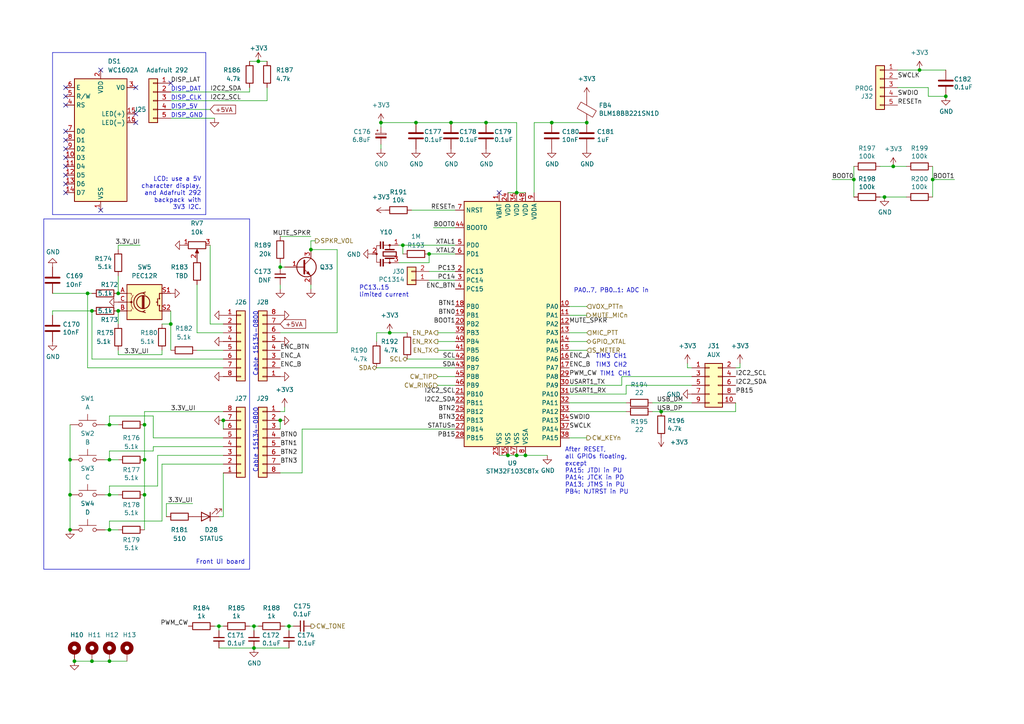
<source format=kicad_sch>
(kicad_sch (version 20230121) (generator eeschema)

  (uuid 5367a494-64b6-4f8c-adca-814c4b88525b)

  (paper "A4")

  (title_block
    (title "DART-70 TRX")
    (date "2023-03-25")
    (rev "1")
    (company "HB9EGM")
    (comment 1 "A 4m Band SSB/CW Transceiver")
    (comment 2 "User interface")
  )

  

  (junction (at 247.65 52.07) (diameter 0) (color 0 0 0 0)
    (uuid 0866ee23-d486-4d3a-a64d-98814c5ef163)
  )
  (junction (at 259.08 48.26) (diameter 0) (color 0 0 0 0)
    (uuid 0a368386-18d2-4ef6-8165-200b72a998f5)
  )
  (junction (at 31.75 153.67) (diameter 0) (color 0 0 0 0)
    (uuid 0f80f31f-72b7-4a12-98d4-1ab91816cb66)
  )
  (junction (at 34.29 85.09) (diameter 0) (color 0 0 0 0)
    (uuid 1276659c-ff14-4940-b214-e27c5bbbd628)
  )
  (junction (at 49.53 93.98) (diameter 0) (color 0 0 0 0)
    (uuid 13067acb-fde6-4e8f-bcd8-36f75030cd64)
  )
  (junction (at 31.75 123.19) (diameter 0) (color 0 0 0 0)
    (uuid 1b4d93c0-b76c-47a2-869f-90d3a6551a1b)
  )
  (junction (at 26.67 90.17) (diameter 0) (color 0 0 0 0)
    (uuid 1d8e009c-7943-40d7-8021-ed1bc658a4c2)
  )
  (junction (at 191.77 119.38) (diameter 0) (color 0 0 0 0)
    (uuid 27f5f687-72ed-4e01-8cef-3c4cc1c6eb50)
  )
  (junction (at 64.77 121.92) (diameter 0) (color 0 0 0 0)
    (uuid 2945d9a7-6deb-445b-b4b8-a7b72ad1634b)
  )
  (junction (at 266.7 20.32) (diameter 0) (color 0 0 0 0)
    (uuid 3a3e423a-0c3f-40d0-bc24-f2fd6c41cc34)
  )
  (junction (at 149.86 55.88) (diameter 0) (color 0 0 0 0)
    (uuid 3b398e0a-4c10-4dcc-aa1f-5dcd51a576d9)
  )
  (junction (at 20.32 143.51) (diameter 0) (color 0 0 0 0)
    (uuid 3e97b4b6-51fe-4831-8963-04e554d396f4)
  )
  (junction (at 124.46 73.66) (diameter 0) (color 0 0 0 0)
    (uuid 418a0e9c-c95f-4d4a-a88f-ec13faf3303c)
  )
  (junction (at 31.75 133.35) (diameter 0) (color 0 0 0 0)
    (uuid 43b68646-b8ec-4be3-a413-276bb49b62bd)
  )
  (junction (at 130.81 35.56) (diameter 0) (color 0 0 0 0)
    (uuid 463e71c6-e035-4ed0-9a41-c3c9633f2c78)
  )
  (junction (at 90.17 72.39) (diameter 0) (color 0 0 0 0)
    (uuid 4aeb06a7-de87-4606-9e7f-a948ca11c315)
  )
  (junction (at 74.93 17.78) (diameter 0) (color 0 0 0 0)
    (uuid 506b584a-7a0c-4748-9a0a-fd2df4f10b53)
  )
  (junction (at 31.75 191.77) (diameter 0) (color 0 0 0 0)
    (uuid 59cde6dd-9dca-42cc-926a-90d90b278d0e)
  )
  (junction (at 81.28 121.92) (diameter 0) (color 0 0 0 0)
    (uuid 5c4d51ff-53a5-48b4-8e8d-5a6fdb870410)
  )
  (junction (at 20.32 133.35) (diameter 0) (color 0 0 0 0)
    (uuid 60f9aea0-5552-4cff-adfd-7e3333a6c431)
  )
  (junction (at 256.54 57.15) (diameter 0) (color 0 0 0 0)
    (uuid 6d4ae51e-8ca2-4932-9759-eaa3b5ce6b35)
  )
  (junction (at 149.86 132.08) (diameter 0) (color 0 0 0 0)
    (uuid 70b621b6-45b5-43cb-9683-d589118723d7)
  )
  (junction (at 147.32 132.08) (diameter 0) (color 0 0 0 0)
    (uuid 73e2a101-0bc0-414b-9aa7-7eeb8a3caef1)
  )
  (junction (at 120.65 35.56) (diameter 0) (color 0 0 0 0)
    (uuid 752fa345-d8be-4e99-aad1-e88671f99643)
  )
  (junction (at 160.02 35.56) (diameter 0) (color 0 0 0 0)
    (uuid 77b09fa1-fbbb-49ab-94c4-069660b694ff)
  )
  (junction (at 73.66 187.96) (diameter 0) (color 0 0 0 0)
    (uuid 782b86fa-ef9f-4c16-a991-b44a80f0f0c3)
  )
  (junction (at 110.49 35.56) (diameter 0) (color 0 0 0 0)
    (uuid 7a569be9-30d3-40a6-bcfb-48572e4d943e)
  )
  (junction (at 63.5 181.61) (diameter 0) (color 0 0 0 0)
    (uuid 7efaeda2-e767-44b9-adb2-3a0c3f4d2f1d)
  )
  (junction (at 25.4 85.09) (diameter 0) (color 0 0 0 0)
    (uuid 862cd780-bf4e-4e2e-bb26-0952d83f334b)
  )
  (junction (at 83.82 181.61) (diameter 0) (color 0 0 0 0)
    (uuid 8847e751-6992-4f80-92c5-c3bef4b5dbf6)
  )
  (junction (at 116.84 71.12) (diameter 0) (color 0 0 0 0)
    (uuid 8c497335-9f19-4d8f-81b9-d3f6e5560190)
  )
  (junction (at 26.67 191.77) (diameter 0) (color 0 0 0 0)
    (uuid 98560b74-a1df-4f18-9056-9d04ee495b97)
  )
  (junction (at 140.97 35.56) (diameter 0) (color 0 0 0 0)
    (uuid 9cb0289b-897f-4a33-9575-6ead0989832a)
  )
  (junction (at 41.91 133.35) (diameter 0) (color 0 0 0 0)
    (uuid a306cb94-6ff0-43dc-b3ff-609bd041f651)
  )
  (junction (at 270.51 52.07) (diameter 0) (color 0 0 0 0)
    (uuid aa21b640-c66c-4373-8449-938440dd5f1c)
  )
  (junction (at 73.66 181.61) (diameter 0) (color 0 0 0 0)
    (uuid b2ecb88a-4c09-46d5-b24a-de38dbb48f75)
  )
  (junction (at 41.91 143.51) (diameter 0) (color 0 0 0 0)
    (uuid b47512f5-ddb1-4f6a-a01f-993a149ffa47)
  )
  (junction (at 152.4 132.08) (diameter 0) (color 0 0 0 0)
    (uuid b7e9cf10-b74e-4e80-a7f1-e33a29fe56de)
  )
  (junction (at 20.32 153.67) (diameter 0) (color 0 0 0 0)
    (uuid be9a62f2-23dd-41df-91a7-1f4ac377faf3)
  )
  (junction (at 81.28 77.47) (diameter 0) (color 0 0 0 0)
    (uuid c21d43cd-6a5c-49e4-8e47-27ce04de320c)
  )
  (junction (at 34.29 90.17) (diameter 0) (color 0 0 0 0)
    (uuid c2d3f10b-b9a2-4cb9-979d-644e3566b349)
  )
  (junction (at 21.59 191.77) (diameter 0) (color 0 0 0 0)
    (uuid c700ac3f-55c1-4328-ac50-f1d2cfb94ee9)
  )
  (junction (at 41.91 123.19) (diameter 0) (color 0 0 0 0)
    (uuid cc016ca4-b9a4-4d80-91ba-91d6e0df5bcc)
  )
  (junction (at 170.18 35.56) (diameter 0) (color 0 0 0 0)
    (uuid e1640c92-0a7b-4990-ae42-e9436c2a460d)
  )
  (junction (at 31.75 143.51) (diameter 0) (color 0 0 0 0)
    (uuid e4389c4e-c952-4182-9a64-3fb2a72a1786)
  )
  (junction (at 274.32 27.94) (diameter 0) (color 0 0 0 0)
    (uuid ed74c2b7-a3ac-4886-84f5-377b5e1bbbfc)
  )
  (junction (at 113.03 96.52) (diameter 0) (color 0 0 0 0)
    (uuid ff6d9fdb-84d0-4d1c-a636-19102cb32ce0)
  )

  (no_connect (at 19.05 30.48) (uuid 27a098aa-a54a-4603-8a04-fe8def00e684))
  (no_connect (at 19.05 25.4) (uuid 32b8b153-c903-4741-ad0e-f8d9602e50e4))
  (no_connect (at 39.37 33.02) (uuid 342988be-16c5-4d72-82f4-e65b4c5f0a23))
  (no_connect (at 19.05 45.72) (uuid 4f2980f5-7c43-4875-a7d2-8b8b265a1e46))
  (no_connect (at 19.05 40.64) (uuid 5187d1a9-67b2-40c1-a07c-4e0e8a38791d))
  (no_connect (at 39.37 35.56) (uuid 54760758-af89-4a41-a60d-e1b689c5006e))
  (no_connect (at 29.21 20.32) (uuid 5e0f13bf-804a-411e-8f5a-2678db83e4a0))
  (no_connect (at 19.05 38.1) (uuid 657b9520-f4f5-4bbd-96e9-e7037197e3d3))
  (no_connect (at 19.05 53.34) (uuid 68b3df11-6847-4453-820a-85d602ac575b))
  (no_connect (at 19.05 43.18) (uuid 7470b900-3f1e-497f-b369-8aad981a3392))
  (no_connect (at 29.21 60.96) (uuid 94d11b9d-6eb0-4385-9ae1-ddcc32221de4))
  (no_connect (at 19.05 48.26) (uuid 98bce542-8d71-44ac-8b06-d20ab5e9152b))
  (no_connect (at 19.05 55.88) (uuid 9a013d10-199f-4d04-bd4c-941faf08d324))
  (no_connect (at 144.78 55.88) (uuid b1a7eebe-6925-4250-9db7-8e9e0fa6cd98))
  (no_connect (at 19.05 27.94) (uuid cbf32607-4f05-4315-90ea-7b1ad43a34e7))
  (no_connect (at 49.53 24.13) (uuid d201603c-e100-4dec-85ec-f4b2f2d1beac))
  (no_connect (at 39.37 25.4) (uuid e52ceaab-2ff4-49eb-abf8-ad8d6eddfba5))
  (no_connect (at 19.05 50.8) (uuid e57a82f1-c1a2-475f-b5ba-dfeed83c5d9b))

  (wire (pts (xy 49.53 26.67) (xy 72.39 26.67))
    (stroke (width 0) (type default))
    (uuid 0172fa94-4b7c-4d5e-bde6-27bb171b91e9)
  )
  (wire (pts (xy 63.5 149.86) (xy 64.77 149.86))
    (stroke (width 0) (type default))
    (uuid 01bec52d-63c5-49e5-955c-569d1162d97f)
  )
  (wire (pts (xy 34.29 71.12) (xy 40.64 71.12))
    (stroke (width 0) (type default))
    (uuid 0242d9ef-e4f8-46fc-9a77-e91737006838)
  )
  (wire (pts (xy 60.96 71.12) (xy 60.96 93.98))
    (stroke (width 0) (type default))
    (uuid 02f4b20d-c9a8-4969-8fae-b3557e58a4d5)
  )
  (wire (pts (xy 34.29 93.98) (xy 34.29 90.17))
    (stroke (width 0) (type default))
    (uuid 035870a0-33fd-4542-9093-58d01a043d61)
  )
  (wire (pts (xy 119.38 60.96) (xy 132.08 60.96))
    (stroke (width 0) (type default))
    (uuid 0454b0ed-4e94-46b1-9058-7210ddee62e4)
  )
  (wire (pts (xy 34.29 101.6) (xy 34.29 102.87))
    (stroke (width 0) (type default))
    (uuid 075e8b22-aaf4-4757-89b3-6249642534f1)
  )
  (wire (pts (xy 170.18 127) (xy 165.1 127))
    (stroke (width 0) (type default))
    (uuid 092bd70b-48e0-45b7-9940-021b2d382881)
  )
  (wire (pts (xy 44.45 120.65) (xy 31.75 120.65))
    (stroke (width 0) (type default))
    (uuid 09f2736c-9021-4d8c-8548-ee1072a97795)
  )
  (wire (pts (xy 165.1 88.9) (xy 170.18 88.9))
    (stroke (width 0) (type default))
    (uuid 09f67069-9731-43ad-9896-f538c04ef5ba)
  )
  (wire (pts (xy 15.24 91.44) (xy 15.24 90.17))
    (stroke (width 0) (type default))
    (uuid 1021e01a-7480-4604-9b82-a8d70899e83d)
  )
  (wire (pts (xy 34.29 133.35) (xy 31.75 133.35))
    (stroke (width 0) (type default))
    (uuid 10acd6cf-9aa0-464b-9051-98ec9eb1cee0)
  )
  (wire (pts (xy 48.26 146.05) (xy 55.88 146.05))
    (stroke (width 0) (type default))
    (uuid 11719fed-d88d-4530-9c26-831b28b31b78)
  )
  (wire (pts (xy 64.77 132.08) (xy 45.72 132.08))
    (stroke (width 0) (type default))
    (uuid 117ea635-ba04-4738-95f8-db64471b3c10)
  )
  (wire (pts (xy 127 101.6) (xy 132.08 101.6))
    (stroke (width 0) (type default))
    (uuid 1627b889-41c1-4638-81bb-2059620a165d)
  )
  (wire (pts (xy 127 111.76) (xy 132.08 111.76))
    (stroke (width 0) (type default))
    (uuid 166aacf9-9169-4bbe-a203-0c1180fa7c79)
  )
  (wire (pts (xy 266.7 20.32) (xy 274.32 20.32))
    (stroke (width 0) (type default))
    (uuid 183d445a-de65-4a66-9059-9ba25be6a94a)
  )
  (wire (pts (xy 21.59 191.77) (xy 26.67 191.77))
    (stroke (width 0) (type default))
    (uuid 1998e0d6-130d-4ba8-96ae-888a1f6e3081)
  )
  (wire (pts (xy 110.49 41.91) (xy 110.49 43.18))
    (stroke (width 0) (type default))
    (uuid 1a795a6f-1bc6-41fb-82d7-5ae528094d84)
  )
  (wire (pts (xy 270.51 52.07) (xy 276.86 52.07))
    (stroke (width 0) (type default))
    (uuid 1aa1dab1-f1aa-419d-8e2b-8cd33b1239aa)
  )
  (wire (pts (xy 200.66 106.68) (xy 199.39 106.68))
    (stroke (width 0) (type default))
    (uuid 1ce4bd63-126a-47fe-ad75-2c3d3b6c90fd)
  )
  (wire (pts (xy 90.17 69.85) (xy 91.44 69.85))
    (stroke (width 0) (type default))
    (uuid 1d79b872-4247-447b-8107-559d53ddd5a5)
  )
  (wire (pts (xy 189.23 116.84) (xy 200.66 116.84))
    (stroke (width 0) (type default))
    (uuid 1da5016e-cc92-4895-a74f-9793b5b27afa)
  )
  (wire (pts (xy 130.81 35.56) (xy 140.97 35.56))
    (stroke (width 0) (type default))
    (uuid 2330a65f-a667-4564-b2ea-fd267508069a)
  )
  (wire (pts (xy 260.35 20.32) (xy 266.7 20.32))
    (stroke (width 0) (type default))
    (uuid 23425199-2ac8-404e-b295-8bb0276f526e)
  )
  (wire (pts (xy 200.66 111.76) (xy 181.61 111.76))
    (stroke (width 0) (type default))
    (uuid 238ce6dc-0557-409a-ab04-93448fccaac4)
  )
  (wire (pts (xy 160.02 35.56) (xy 154.94 35.56))
    (stroke (width 0) (type default))
    (uuid 23d269d6-d694-442a-bf5d-98bf3544fc31)
  )
  (wire (pts (xy 165.1 116.84) (xy 181.61 116.84))
    (stroke (width 0) (type default))
    (uuid 23ee83b6-5b95-4d9f-9ad1-3b6563750444)
  )
  (wire (pts (xy 269.24 25.4) (xy 269.24 27.94))
    (stroke (width 0) (type default))
    (uuid 2480dd87-1dff-4a50-81a2-52ef161ac45c)
  )
  (wire (pts (xy 259.08 48.26) (xy 262.89 48.26))
    (stroke (width 0) (type default))
    (uuid 24884ea9-449f-44bf-b800-4ed7c93ce21e)
  )
  (wire (pts (xy 63.5 181.61) (xy 63.5 182.88))
    (stroke (width 0) (type default))
    (uuid 251435cb-df17-46ab-aac4-3d24ccac8db0)
  )
  (wire (pts (xy 109.22 106.68) (xy 132.08 106.68))
    (stroke (width 0) (type default))
    (uuid 25892d42-97fc-44a1-b3ba-aeb16f99fc18)
  )
  (polyline (pts (xy 12.7 63.5) (xy 12.7 165.1))
    (stroke (width 0) (type default))
    (uuid 2713b852-bf79-44b8-86d7-5e0782348c75)
  )

  (wire (pts (xy 34.29 123.19) (xy 31.75 123.19))
    (stroke (width 0) (type default))
    (uuid 2965eaa9-5c83-4078-a673-05e36103f2d1)
  )
  (wire (pts (xy 26.67 104.14) (xy 64.77 104.14))
    (stroke (width 0) (type default))
    (uuid 2b7ff33a-ec1c-46d5-8b84-ce602b213971)
  )
  (wire (pts (xy 127 109.22) (xy 132.08 109.22))
    (stroke (width 0) (type default))
    (uuid 2bd08fdd-e559-4112-af36-bdef9848d0a6)
  )
  (wire (pts (xy 81.28 96.52) (xy 97.79 96.52))
    (stroke (width 0) (type default))
    (uuid 2c6ad630-243d-427a-a5cf-bdab2e7e3ca0)
  )
  (wire (pts (xy 64.77 134.62) (xy 46.99 134.62))
    (stroke (width 0) (type default))
    (uuid 2e004af1-24c2-4d3f-9cdf-8ffccd65096d)
  )
  (wire (pts (xy 57.15 82.55) (xy 57.15 96.52))
    (stroke (width 0) (type default))
    (uuid 34bc620a-9d77-48b4-909a-ab4e80c66d2f)
  )
  (polyline (pts (xy 59.69 15.24) (xy 59.69 62.23))
    (stroke (width 0) (type default))
    (uuid 36dbbb14-ed77-4633-af35-90660d2143f3)
  )

  (wire (pts (xy 120.65 35.56) (xy 130.81 35.56))
    (stroke (width 0) (type default))
    (uuid 37e843e9-2538-4a91-9a9b-f536fa0a9e84)
  )
  (wire (pts (xy 64.77 127) (xy 44.45 127))
    (stroke (width 0) (type default))
    (uuid 38d4be64-e2ca-4c77-8402-c0bcde2a8985)
  )
  (wire (pts (xy 247.65 52.07) (xy 247.65 57.15))
    (stroke (width 0) (type default))
    (uuid 39fc171f-22e1-4125-a6fb-074be0f89972)
  )
  (wire (pts (xy 110.49 35.56) (xy 120.65 35.56))
    (stroke (width 0) (type default))
    (uuid 3a013e8f-5b12-499b-8d2d-0ad49966db1a)
  )
  (wire (pts (xy 83.82 182.88) (xy 83.82 181.61))
    (stroke (width 0) (type default))
    (uuid 3d927ca0-f4ad-42ab-b902-dfef8d84eebb)
  )
  (wire (pts (xy 270.51 52.07) (xy 270.51 57.15))
    (stroke (width 0) (type default))
    (uuid 3ecb97a2-d71c-4514-8aef-66aafaac321d)
  )
  (wire (pts (xy 31.75 151.13) (xy 31.75 153.67))
    (stroke (width 0) (type default))
    (uuid 3ecfdc85-ccb3-4449-a7de-24b5b9ff8623)
  )
  (wire (pts (xy 73.66 187.96) (xy 83.82 187.96))
    (stroke (width 0) (type default))
    (uuid 3fc3a397-ec3a-4314-aa6a-44925ef4cbbe)
  )
  (wire (pts (xy 189.23 119.38) (xy 191.77 119.38))
    (stroke (width 0) (type default))
    (uuid 40e94887-1b6b-450e-82b0-77f516f4e620)
  )
  (polyline (pts (xy 15.24 15.24) (xy 59.69 15.24))
    (stroke (width 0) (type default))
    (uuid 437ebe18-8f4c-4d60-9ade-e76424d17726)
  )

  (wire (pts (xy 83.82 181.61) (xy 85.09 181.61))
    (stroke (width 0) (type default))
    (uuid 4736f749-4a0e-4a05-b1aa-d51f1c3fc23d)
  )
  (wire (pts (xy 160.02 35.56) (xy 170.18 35.56))
    (stroke (width 0) (type default))
    (uuid 4829bee0-faa8-43f7-b2d7-8a6e5d1b3050)
  )
  (wire (pts (xy 34.29 80.01) (xy 34.29 85.09))
    (stroke (width 0) (type default))
    (uuid 487cb37f-32e1-4fcc-b649-1ddd891984c5)
  )
  (wire (pts (xy 34.29 72.39) (xy 34.29 71.12))
    (stroke (width 0) (type default))
    (uuid 4ac2ebce-bb4e-40ee-8aab-660b525d546b)
  )
  (wire (pts (xy 124.46 78.74) (xy 132.08 78.74))
    (stroke (width 0) (type default))
    (uuid 4cd135a5-fdd1-4851-864a-dadf7c96d9ff)
  )
  (wire (pts (xy 20.32 123.19) (xy 20.32 133.35))
    (stroke (width 0) (type default))
    (uuid 4d43e674-c1c0-4e11-b129-01108db367aa)
  )
  (wire (pts (xy 260.35 25.4) (xy 269.24 25.4))
    (stroke (width 0) (type default))
    (uuid 4f69bb40-cbf2-45c5-8c23-3e0667e1f6c1)
  )
  (wire (pts (xy 165.1 114.3) (xy 181.61 114.3))
    (stroke (width 0) (type default))
    (uuid 500298f6-b9ed-4e53-bde6-024545f1a90a)
  )
  (wire (pts (xy 214.63 106.68) (xy 214.63 105.41))
    (stroke (width 0) (type default))
    (uuid 51294343-90f3-4619-bc53-1c73bf8c5427)
  )
  (wire (pts (xy 44.45 129.54) (xy 44.45 130.81))
    (stroke (width 0) (type default))
    (uuid 5340b604-f44f-4b11-a6bf-532ca4d65b6f)
  )
  (wire (pts (xy 165.1 99.06) (xy 170.18 99.06))
    (stroke (width 0) (type default))
    (uuid 53b642b8-d876-4cba-97a5-d4c9c528a2c5)
  )
  (wire (pts (xy 74.93 17.78) (xy 72.39 17.78))
    (stroke (width 0) (type default))
    (uuid 5650bed6-fa0f-4e0e-bc2c-475445b4cde8)
  )
  (wire (pts (xy 64.77 101.6) (xy 57.15 101.6))
    (stroke (width 0) (type default))
    (uuid 58839379-e082-4fb4-906e-c6877a462c18)
  )
  (wire (pts (xy 34.29 143.51) (xy 31.75 143.51))
    (stroke (width 0) (type default))
    (uuid 595e8034-8a59-4a5c-b366-f8604d8aa4da)
  )
  (wire (pts (xy 247.65 48.26) (xy 247.65 52.07))
    (stroke (width 0) (type default))
    (uuid 5af71f61-4c88-4f07-8375-dac3a2ef186d)
  )
  (wire (pts (xy 110.49 35.56) (xy 110.49 36.83))
    (stroke (width 0) (type default))
    (uuid 5e8f43a4-e869-473e-b093-0ec79ea19580)
  )
  (wire (pts (xy 269.24 27.94) (xy 274.32 27.94))
    (stroke (width 0) (type default))
    (uuid 61b6f2c4-b226-47d6-bbd8-9d67fcaf35c3)
  )
  (wire (pts (xy 256.54 57.15) (xy 262.89 57.15))
    (stroke (width 0) (type default))
    (uuid 61e795c9-5bb5-48b3-b7a0-cb64f04c7adc)
  )
  (wire (pts (xy 49.53 101.6) (xy 49.53 93.98))
    (stroke (width 0) (type default))
    (uuid 62bb59d5-9173-4472-8052-d1f9b5eb8ddd)
  )
  (wire (pts (xy 48.26 146.05) (xy 48.26 149.86))
    (stroke (width 0) (type default))
    (uuid 653c064d-2952-4357-b6d2-6994eafa06e3)
  )
  (wire (pts (xy 34.29 153.67) (xy 31.75 153.67))
    (stroke (width 0) (type default))
    (uuid 66d98295-60ac-4b7d-a181-3284b2b387bc)
  )
  (wire (pts (xy 124.46 76.2) (xy 124.46 73.66))
    (stroke (width 0) (type default))
    (uuid 677a1070-c11b-49a9-8186-12e0a3e880b1)
  )
  (wire (pts (xy 77.47 29.21) (xy 77.47 25.4))
    (stroke (width 0) (type default))
    (uuid 679e5b0e-a017-43d8-8845-79a886253d82)
  )
  (wire (pts (xy 26.67 191.77) (xy 31.75 191.77))
    (stroke (width 0) (type default))
    (uuid 67a7995e-8784-42ca-a88d-2917f425f1b7)
  )
  (polyline (pts (xy 15.24 15.24) (xy 15.24 62.23))
    (stroke (width 0) (type default))
    (uuid 6c1a4ff4-84d5-4723-9271-598658bada11)
  )

  (wire (pts (xy 165.1 111.76) (xy 180.34 111.76))
    (stroke (width 0) (type default))
    (uuid 6f75ea3e-6135-44f5-9313-1aad839ab6f6)
  )
  (wire (pts (xy 49.53 93.98) (xy 49.53 90.17))
    (stroke (width 0) (type default))
    (uuid 6fdaf790-6595-4496-8ecc-66a8fce05a7e)
  )
  (wire (pts (xy 31.75 153.67) (xy 30.48 153.67))
    (stroke (width 0) (type default))
    (uuid 7015e2a0-a2e3-4f1d-a3b4-6e3232db9600)
  )
  (wire (pts (xy 74.93 17.78) (xy 77.47 17.78))
    (stroke (width 0) (type default))
    (uuid 70fbc14f-75ce-4a72-aeed-887f01f7e9b7)
  )
  (wire (pts (xy 62.23 181.61) (xy 63.5 181.61))
    (stroke (width 0) (type default))
    (uuid 742f6656-c86d-41c0-937e-ef6ded3bd482)
  )
  (wire (pts (xy 82.55 119.38) (xy 81.28 119.38))
    (stroke (width 0) (type default))
    (uuid 759cc877-c951-4232-8801-84944e2711e0)
  )
  (wire (pts (xy 31.75 143.51) (xy 30.48 143.51))
    (stroke (width 0) (type default))
    (uuid 79e9b764-7934-4c55-bbe2-66da90857ed4)
  )
  (wire (pts (xy 140.97 35.56) (xy 149.86 35.56))
    (stroke (width 0) (type default))
    (uuid 7c1fd6fc-5c53-4ccb-a456-46fe6fc0bc71)
  )
  (wire (pts (xy 34.29 102.87) (xy 46.99 102.87))
    (stroke (width 0) (type default))
    (uuid 7d0bbe80-0957-4d01-9233-f16ef102a13b)
  )
  (wire (pts (xy 82.55 181.61) (xy 83.82 181.61))
    (stroke (width 0) (type default))
    (uuid 7d512d14-3ca4-4934-b506-eb07d268c7dc)
  )
  (wire (pts (xy 255.27 48.26) (xy 259.08 48.26))
    (stroke (width 0) (type default))
    (uuid 7dd55760-37b2-4d89-b4f0-9a6e2271c608)
  )
  (wire (pts (xy 49.53 31.75) (xy 60.96 31.75))
    (stroke (width 0) (type default))
    (uuid 7dea5b06-9728-4946-ac18-76df3b51d33b)
  )
  (wire (pts (xy 147.32 132.08) (xy 144.78 132.08))
    (stroke (width 0) (type default))
    (uuid 7f2c9904-545b-4337-acd6-8707e0924818)
  )
  (wire (pts (xy 31.75 120.65) (xy 31.75 123.19))
    (stroke (width 0) (type default))
    (uuid 7f70a162-654d-4a57-bc5d-a31cdfbe16ab)
  )
  (wire (pts (xy 270.51 48.26) (xy 270.51 52.07))
    (stroke (width 0) (type default))
    (uuid 81d49193-5849-4589-9095-80c5e3a0c2bb)
  )
  (wire (pts (xy 41.91 133.35) (xy 41.91 123.19))
    (stroke (width 0) (type default))
    (uuid 83b77b4d-dcc2-4e93-a5f3-1d1480646393)
  )
  (wire (pts (xy 199.39 106.68) (xy 199.39 105.41))
    (stroke (width 0) (type default))
    (uuid 83f19178-b5ce-4eb0-8662-85efc8e40ad9)
  )
  (wire (pts (xy 82.55 118.11) (xy 82.55 119.38))
    (stroke (width 0) (type default))
    (uuid 8531137a-1a8b-4272-8a2a-21ebe15116a8)
  )
  (wire (pts (xy 255.27 57.15) (xy 256.54 57.15))
    (stroke (width 0) (type default))
    (uuid 875404be-e359-458a-af29-1bd3403dd55f)
  )
  (wire (pts (xy 170.18 96.52) (xy 165.1 96.52))
    (stroke (width 0) (type default))
    (uuid 8916cfb5-5541-43a9-8e0e-951b776d485c)
  )
  (wire (pts (xy 90.17 69.85) (xy 90.17 72.39))
    (stroke (width 0) (type default))
    (uuid 8c018d47-5ab9-4aea-a37a-71038b398265)
  )
  (wire (pts (xy 64.77 129.54) (xy 44.45 129.54))
    (stroke (width 0) (type default))
    (uuid 8cad3c76-9d14-47b0-af16-b1d45fb7e210)
  )
  (wire (pts (xy 25.4 85.09) (xy 25.4 106.68))
    (stroke (width 0) (type default))
    (uuid 8cc76f91-ded4-40ee-b697-880b3a291e2e)
  )
  (wire (pts (xy 20.32 143.51) (xy 20.32 153.67))
    (stroke (width 0) (type default))
    (uuid 8d760ab7-cb5d-426a-b4aa-fb7e0964cb41)
  )
  (wire (pts (xy 113.03 96.52) (xy 118.11 96.52))
    (stroke (width 0) (type default))
    (uuid 8eee2ea4-1445-45c5-abf0-47f99f0cf976)
  )
  (wire (pts (xy 73.66 181.61) (xy 74.93 181.61))
    (stroke (width 0) (type default))
    (uuid 9004cee7-358e-4c08-9d64-a05f28a4e7b6)
  )
  (wire (pts (xy 15.24 85.09) (xy 25.4 85.09))
    (stroke (width 0) (type default))
    (uuid 901dc96c-698d-427d-880a-ee46536a481f)
  )
  (wire (pts (xy 81.28 77.47) (xy 82.55 77.47))
    (stroke (width 0) (type default))
    (uuid 91b93633-9d4a-4170-b7ca-34e2d5aedb1e)
  )
  (wire (pts (xy 124.46 73.66) (xy 132.08 73.66))
    (stroke (width 0) (type default))
    (uuid 92cf4db4-2dba-4763-9cd8-3c7f8aff8f24)
  )
  (wire (pts (xy 124.46 76.2) (xy 115.57 76.2))
    (stroke (width 0) (type default))
    (uuid 93b580d1-c2df-48c4-9d06-465ca9d3eebc)
  )
  (wire (pts (xy 31.75 130.81) (xy 31.75 133.35))
    (stroke (width 0) (type default))
    (uuid 93da3a85-5fda-48d7-be90-2ac97d347c10)
  )
  (wire (pts (xy 31.75 133.35) (xy 30.48 133.35))
    (stroke (width 0) (type default))
    (uuid 9a54de37-9a36-4361-8f2a-998faf1c0711)
  )
  (wire (pts (xy 87.63 124.46) (xy 132.08 124.46))
    (stroke (width 0) (type default))
    (uuid 9c00f763-4387-4dca-9d2a-687600fcbd31)
  )
  (wire (pts (xy 26.67 90.17) (xy 26.67 104.14))
    (stroke (width 0) (type default))
    (uuid a17a454c-d5db-41e2-aad7-bb23416d3abb)
  )
  (wire (pts (xy 46.99 93.98) (xy 49.53 93.98))
    (stroke (width 0) (type default))
    (uuid a1c9f66a-0fa1-46bb-9bd5-47e853da8b3b)
  )
  (wire (pts (xy 149.86 55.88) (xy 147.32 55.88))
    (stroke (width 0) (type default))
    (uuid a32fe8ab-5810-40f6-8eab-48332c0ee5a0)
  )
  (wire (pts (xy 81.28 83.82) (xy 81.28 82.55))
    (stroke (width 0) (type default))
    (uuid a6772870-a42e-49f8-bd4d-a35118c5fb87)
  )
  (wire (pts (xy 31.75 123.19) (xy 30.48 123.19))
    (stroke (width 0) (type default))
    (uuid a8ec01c3-5395-47fc-8245-52f53884ef0c)
  )
  (wire (pts (xy 124.46 81.28) (xy 132.08 81.28))
    (stroke (width 0) (type default))
    (uuid ab5db7e5-9de7-449f-b70b-9d0dd610b10b)
  )
  (wire (pts (xy 116.84 73.66) (xy 116.84 71.12))
    (stroke (width 0) (type default))
    (uuid ac5a5c45-797a-4bbe-bfd5-5ce5a8aa3463)
  )
  (wire (pts (xy 109.22 99.06) (xy 109.22 96.52))
    (stroke (width 0) (type default))
    (uuid acc086a0-e4a1-477e-a665-53709bdb472e)
  )
  (wire (pts (xy 81.28 121.92) (xy 81.28 124.46))
    (stroke (width 0) (type default))
    (uuid adcad185-ae9d-4ff3-9043-36c650cb42a0)
  )
  (wire (pts (xy 81.28 76.2) (xy 81.28 77.47))
    (stroke (width 0) (type default))
    (uuid ae0da676-b905-4af3-8d1e-af49105ca29d)
  )
  (wire (pts (xy 46.99 151.13) (xy 31.75 151.13))
    (stroke (width 0) (type default))
    (uuid ae15e328-ecca-4103-8937-cab586d25863)
  )
  (wire (pts (xy 152.4 132.08) (xy 149.86 132.08))
    (stroke (width 0) (type default))
    (uuid b05af61d-3c1d-44cf-aea2-61fd169c9d1a)
  )
  (wire (pts (xy 31.75 191.77) (xy 36.83 191.77))
    (stroke (width 0) (type default))
    (uuid b28ba5b1-54d9-4597-94a4-3b5c7b5bab1e)
  )
  (wire (pts (xy 149.86 35.56) (xy 149.86 55.88))
    (stroke (width 0) (type default))
    (uuid b3eebb03-af8c-48e8-a7d9-5ec3741206fa)
  )
  (wire (pts (xy 213.36 119.38) (xy 213.36 116.84))
    (stroke (width 0) (type default))
    (uuid b54abf56-b9e3-4a23-9f8d-55ca0e49fa17)
  )
  (polyline (pts (xy 72.39 63.5) (xy 72.39 165.1))
    (stroke (width 0) (type default))
    (uuid b7352d31-f539-445c-ba3f-fbc1562b3d46)
  )

  (wire (pts (xy 165.1 119.38) (xy 181.61 119.38))
    (stroke (width 0) (type default))
    (uuid b9baffa3-7afd-4d0f-b872-02cd045ef6e6)
  )
  (wire (pts (xy 181.61 111.76) (xy 181.61 114.3))
    (stroke (width 0) (type default))
    (uuid b9fce689-53c2-4275-98d8-2c8da9bd740a)
  )
  (wire (pts (xy 116.84 71.12) (xy 115.57 71.12))
    (stroke (width 0) (type default))
    (uuid ba80136a-34d0-4a97-a9c9-c43ab3f7be6e)
  )
  (wire (pts (xy 97.79 96.52) (xy 97.79 72.39))
    (stroke (width 0) (type default))
    (uuid baa5fb47-0080-48ce-a6eb-0a22f840580d)
  )
  (wire (pts (xy 152.4 55.88) (xy 149.86 55.88))
    (stroke (width 0) (type default))
    (uuid bade9875-e59b-4d52-b529-c48d7c265fc4)
  )
  (wire (pts (xy 81.28 137.16) (xy 87.63 137.16))
    (stroke (width 0) (type default))
    (uuid bb740424-d759-4423-b2a5-0258d69ff2b8)
  )
  (wire (pts (xy 49.53 29.21) (xy 77.47 29.21))
    (stroke (width 0) (type default))
    (uuid bc913ca4-9065-43d2-9d7f-c7073d14811d)
  )
  (wire (pts (xy 170.18 101.6) (xy 165.1 101.6))
    (stroke (width 0) (type default))
    (uuid bcb9de97-da39-48c2-ba62-52171a3a19f8)
  )
  (wire (pts (xy 64.77 93.98) (xy 60.96 93.98))
    (stroke (width 0) (type default))
    (uuid bcc6231b-fada-4e7b-994f-501a10edaac4)
  )
  (wire (pts (xy 118.11 104.14) (xy 132.08 104.14))
    (stroke (width 0) (type default))
    (uuid bd09b87f-3171-467c-9c1b-9b264cb5811f)
  )
  (wire (pts (xy 45.72 132.08) (xy 45.72 140.97))
    (stroke (width 0) (type default))
    (uuid bdc362f0-8353-4b85-a2e5-77a124b70e3e)
  )
  (wire (pts (xy 90.17 83.82) (xy 90.17 82.55))
    (stroke (width 0) (type default))
    (uuid be3969cd-6eb6-46db-b717-5a91b206baa1)
  )
  (wire (pts (xy 127 99.06) (xy 132.08 99.06))
    (stroke (width 0) (type default))
    (uuid becafcb0-5d08-48f4-89ce-b2a1334e1c9f)
  )
  (wire (pts (xy 46.99 134.62) (xy 46.99 151.13))
    (stroke (width 0) (type default))
    (uuid bff5a479-d653-4ef3-9142-cd1c60af5e4c)
  )
  (wire (pts (xy 87.63 137.16) (xy 87.63 124.46))
    (stroke (width 0) (type default))
    (uuid c11bad5b-a36f-48f7-a423-b6938509b64c)
  )
  (wire (pts (xy 25.4 85.09) (xy 26.67 85.09))
    (stroke (width 0) (type default))
    (uuid c3bf758f-2f4a-44b5-89bd-399138aded84)
  )
  (wire (pts (xy 64.77 121.92) (xy 64.77 124.46))
    (stroke (width 0) (type default))
    (uuid c441a9cc-dcbd-450c-98b0-ba6bf2893466)
  )
  (wire (pts (xy 109.22 96.52) (xy 113.03 96.52))
    (stroke (width 0) (type default))
    (uuid c4f64510-07d5-4ae3-902b-5d0e59c44376)
  )
  (wire (pts (xy 180.34 109.22) (xy 200.66 109.22))
    (stroke (width 0) (type default))
    (uuid ca0eab8e-e3fd-464d-bb03-d1603b8a651b)
  )
  (wire (pts (xy 213.36 106.68) (xy 214.63 106.68))
    (stroke (width 0) (type default))
    (uuid cb175638-626b-4672-842d-6eb93527cdee)
  )
  (wire (pts (xy 72.39 26.67) (xy 72.39 25.4))
    (stroke (width 0) (type default))
    (uuid cf02db11-2ff8-4f79-b3e9-9802575ab786)
  )
  (polyline (pts (xy 72.39 165.1) (xy 12.7 165.1))
    (stroke (width 0) (type default))
    (uuid d1139c2e-c886-424c-a875-a1901610c4d7)
  )

  (wire (pts (xy 154.94 35.56) (xy 154.94 55.88))
    (stroke (width 0) (type default))
    (uuid d1ea7795-8403-4edb-b959-1b29f77ed16f)
  )
  (wire (pts (xy 26.67 90.17) (xy 15.24 90.17))
    (stroke (width 0) (type default))
    (uuid d4d81f67-fac4-4771-8b7d-f2089683330d)
  )
  (wire (pts (xy 73.66 182.88) (xy 73.66 181.61))
    (stroke (width 0) (type default))
    (uuid d8ebdeb0-2bbd-4a1b-a259-f95c97f44cbe)
  )
  (wire (pts (xy 72.39 181.61) (xy 73.66 181.61))
    (stroke (width 0) (type default))
    (uuid dacfc6b2-f197-4446-86ee-d141533404be)
  )
  (wire (pts (xy 97.79 72.39) (xy 90.17 72.39))
    (stroke (width 0) (type default))
    (uuid db2d81f3-23da-41d4-9b62-2e8fe838cf89)
  )
  (wire (pts (xy 46.99 101.6) (xy 46.99 102.87))
    (stroke (width 0) (type default))
    (uuid dbe966b7-402e-466d-8903-8d56ad410940)
  )
  (wire (pts (xy 49.53 34.29) (xy 62.23 34.29))
    (stroke (width 0) (type default))
    (uuid dc2567a8-f67d-423b-a6b0-f3bf10022eef)
  )
  (wire (pts (xy 132.08 71.12) (xy 116.84 71.12))
    (stroke (width 0) (type default))
    (uuid dcbc5a2e-2561-4663-8736-09acc9fe0209)
  )
  (wire (pts (xy 63.5 187.96) (xy 73.66 187.96))
    (stroke (width 0) (type default))
    (uuid ddcf9a83-0126-4df6-88fa-3363d508d3a6)
  )
  (wire (pts (xy 45.72 140.97) (xy 31.75 140.97))
    (stroke (width 0) (type default))
    (uuid dece3cbd-7376-4a8b-8f30-175b2548ec21)
  )
  (wire (pts (xy 44.45 130.81) (xy 31.75 130.81))
    (stroke (width 0) (type default))
    (uuid df1810e4-d2b1-4c4a-a469-1d3279013048)
  )
  (polyline (pts (xy 12.7 63.5) (xy 72.39 63.5))
    (stroke (width 0) (type default))
    (uuid e1153486-162b-4507-b81c-3c8ab418a121)
  )

  (wire (pts (xy 158.75 132.08) (xy 152.4 132.08))
    (stroke (width 0) (type default))
    (uuid e382fedc-c868-44fd-9740-47cc05b15c1c)
  )
  (wire (pts (xy 170.18 91.44) (xy 165.1 91.44))
    (stroke (width 0) (type default))
    (uuid e4a40ea1-de8c-4913-8d95-0a86c0054fcc)
  )
  (wire (pts (xy 63.5 181.61) (xy 64.77 181.61))
    (stroke (width 0) (type default))
    (uuid e68fac9b-3de3-4acb-9bb0-3dee3685df22)
  )
  (wire (pts (xy 191.77 119.38) (xy 213.36 119.38))
    (stroke (width 0) (type default))
    (uuid e70600e3-01bb-4e01-8134-7ede97e7e28d)
  )
  (wire (pts (xy 180.34 111.76) (xy 180.34 109.22))
    (stroke (width 0) (type default))
    (uuid e7130644-c4ae-4f9d-997d-5b4fa9d09578)
  )
  (wire (pts (xy 127 96.52) (xy 132.08 96.52))
    (stroke (width 0) (type default))
    (uuid e719e133-06c8-48a5-8b34-3a33eec285a2)
  )
  (polyline (pts (xy 59.69 62.23) (xy 15.24 62.23))
    (stroke (width 0) (type default))
    (uuid e8e850c4-7708-4bbf-84e9-a768c6d278e3)
  )

  (wire (pts (xy 44.45 127) (xy 44.45 120.65))
    (stroke (width 0) (type default))
    (uuid e9b295a5-cdeb-4da6-bdd9-19728b2c98e4)
  )
  (wire (pts (xy 90.17 68.58) (xy 81.28 68.58))
    (stroke (width 0) (type default))
    (uuid eaa232ae-0357-4d6f-87b8-c4745ba4beae)
  )
  (wire (pts (xy 64.77 149.86) (xy 64.77 137.16))
    (stroke (width 0) (type default))
    (uuid eb0a63f4-b906-442b-93ec-ffece07fdfe0)
  )
  (wire (pts (xy 41.91 153.67) (xy 41.91 143.51))
    (stroke (width 0) (type default))
    (uuid eb5c3818-51cd-4092-a6a2-1d306912382e)
  )
  (wire (pts (xy 125.73 66.04) (xy 132.08 66.04))
    (stroke (width 0) (type default))
    (uuid ed265626-f6f5-4029-beb9-f6ad275e86b5)
  )
  (wire (pts (xy 41.91 143.51) (xy 41.91 133.35))
    (stroke (width 0) (type default))
    (uuid ee955228-8cba-41df-9590-142549e57cef)
  )
  (wire (pts (xy 25.4 106.68) (xy 64.77 106.68))
    (stroke (width 0) (type default))
    (uuid f0f2fa4c-2880-427e-a24f-022d6c3aded4)
  )
  (wire (pts (xy 41.91 119.38) (xy 64.77 119.38))
    (stroke (width 0) (type default))
    (uuid f195bef5-4865-4edb-b1c1-1159dcbcf864)
  )
  (wire (pts (xy 31.75 140.97) (xy 31.75 143.51))
    (stroke (width 0) (type default))
    (uuid f4034db7-8854-4045-b7b2-1e1c9b9e34c1)
  )
  (wire (pts (xy 149.86 132.08) (xy 147.32 132.08))
    (stroke (width 0) (type default))
    (uuid f46f4b86-daf6-4869-98cb-928039f00f5f)
  )
  (wire (pts (xy 41.91 119.38) (xy 41.91 123.19))
    (stroke (width 0) (type default))
    (uuid f7ab66cc-203f-4754-b8dc-ece5fbc39d5d)
  )
  (wire (pts (xy 20.32 133.35) (xy 20.32 143.51))
    (stroke (width 0) (type default))
    (uuid f928df12-b33b-4d6e-8a51-572bf83802ca)
  )
  (wire (pts (xy 241.3 52.07) (xy 247.65 52.07))
    (stroke (width 0) (type default))
    (uuid faac2d32-2379-4b8f-8acf-c85798bc06e6)
  )
  (wire (pts (xy 57.15 96.52) (xy 64.77 96.52))
    (stroke (width 0) (type default))
    (uuid fea67a82-098b-48c6-940d-5cd9df757cce)
  )

  (text "DISP_5V" (at 49.53 31.75 0)
    (effects (font (size 1.27 1.27)) (justify left bottom))
    (uuid 1ae70af6-ac4a-4a28-aff8-9077e17e3e61)
  )
  (text "DISP_GND" (at 49.53 34.29 0)
    (effects (font (size 1.27 1.27)) (justify left bottom))
    (uuid 2a4a455a-d851-42f3-92ae-dce395b66e62)
  )
  (text "After RESET,\nall GPIOs floating,\nexcept\nPA15: JTDI in PU\nPA14: JTCK in PD\nPA13: JTMS in PU\nPB4: NJTRST in PU"
    (at 163.83 143.51 0)
    (effects (font (size 1.27 1.27)) (justify left bottom))
    (uuid 4585c64e-96ad-4886-8cc1-623266bf73bf)
  )
  (text "TIM1 CH1" (at 173.99 109.22 0)
    (effects (font (size 1.27 1.27)) (justify left bottom))
    (uuid 49389a66-8741-452b-8284-834f65c51e1b)
  )
  (text "Cable 15134-0800" (at 74.93 109.22 90)
    (effects (font (size 1.27 1.27)) (justify left bottom))
    (uuid 7b631093-e11c-49b0-a46a-633c5ceda110)
  )
  (text "TIM3 CH1" (at 172.72 104.14 0)
    (effects (font (size 1.27 1.27)) (justify left bottom))
    (uuid 7ea15999-0781-4c2e-a266-2adaf5a39946)
  )
  (text "Front UI board" (at 71.12 163.83 0)
    (effects (font (size 1.27 1.27)) (justify right bottom))
    (uuid 8d92f97b-74a7-43f9-9feb-d6e333f8a974)
  )
  (text "LCD: use a 5V\ncharacter display,\nand Adafruit 292\nbackpack with\n3V3 I2C.\n"
    (at 58.42 60.96 0)
    (effects (font (size 1.27 1.27)) (justify right bottom))
    (uuid 957effad-d1d8-4a6b-8428-056683589978)
  )
  (text "TIM3 CH2" (at 172.72 106.68 0)
    (effects (font (size 1.27 1.27)) (justify left bottom))
    (uuid a632aa3e-0113-4f5d-90b5-27bac9ed8392)
  )
  (text "PC13..15\nlimited current" (at 104.14 86.36 0)
    (effects (font (size 1.27 1.27)) (justify left bottom))
    (uuid d5605fa7-538d-473c-8da8-4e6409672b1d)
  )
  (text "Cable 15134-0800" (at 74.93 137.16 90)
    (effects (font (size 1.27 1.27)) (justify left bottom))
    (uuid dd938c83-7076-4e3c-82e0-49322a91ed68)
  )
  (text "DISP_DAT" (at 49.53 26.67 0)
    (effects (font (size 1.27 1.27)) (justify left bottom))
    (uuid e1ee8c3a-d18b-43d4-92e4-74a5b6e689c1)
  )
  (text "PA0..7, PB0..1: ADC in" (at 166.37 85.09 0)
    (effects (font (size 1.27 1.27)) (justify left bottom))
    (uuid fb6ae0ae-5f09-42f3-a277-43e9524a252b)
  )
  (text "DISP_CLK" (at 49.53 29.21 0)
    (effects (font (size 1.27 1.27)) (justify left bottom))
    (uuid fd29d2ff-b67b-4b37-95fa-5b64b72e1a7d)
  )

  (label "USART1_RX" (at 165.1 114.3 0) (fields_autoplaced)
    (effects (font (size 1.27 1.27)) (justify left bottom))
    (uuid 0470f6f8-3373-4410-9688-3749de7c241a)
  )
  (label "SDA" (at 132.08 106.68 180) (fields_autoplaced)
    (effects (font (size 1.27 1.27)) (justify right bottom))
    (uuid 0886377c-acad-41ba-a045-1d436eadaaab)
  )
  (label "3.3V_UI" (at 43.18 102.87 180) (fields_autoplaced)
    (effects (font (size 1.27 1.27)) (justify right bottom))
    (uuid 0b2c254c-035e-4b52-9889-bbb048995de9)
  )
  (label "BTN1" (at 132.08 88.9 180) (fields_autoplaced)
    (effects (font (size 1.27 1.27)) (justify right bottom))
    (uuid 0ece2b87-02c1-4250-9204-efdee0b5a9d0)
  )
  (label "PB15" (at 213.36 114.3 0) (fields_autoplaced)
    (effects (font (size 1.27 1.27)) (justify left bottom))
    (uuid 1c36527b-20ab-4863-8486-3913ee2e57f4)
  )
  (label "3.3V_UI" (at 55.88 146.05 180) (fields_autoplaced)
    (effects (font (size 1.27 1.27)) (justify right bottom))
    (uuid 1df87102-6570-4cc8-9930-cfb8a8d46ff8)
  )
  (label "3.3V_UI" (at 40.64 71.12 180) (fields_autoplaced)
    (effects (font (size 1.27 1.27)) (justify right bottom))
    (uuid 3436c674-fa5d-4fce-9d91-c53bfa7b82ff)
  )
  (label "USB_DM" (at 190.5 116.84 0) (fields_autoplaced)
    (effects (font (size 1.27 1.27)) (justify left bottom))
    (uuid 39b425ba-43e1-49f4-b33b-0a52558e49b6)
  )
  (label "BOOT1" (at 276.86 52.07 180) (fields_autoplaced)
    (effects (font (size 1.27 1.27)) (justify right bottom))
    (uuid 3a41f6b2-d64e-4fc9-9c78-62461e28f42c)
  )
  (label "BTN2" (at 132.08 119.38 180) (fields_autoplaced)
    (effects (font (size 1.27 1.27)) (justify right bottom))
    (uuid 3fcf515a-b2e5-4769-a263-706606d34687)
  )
  (label "I2C2_SDA" (at 213.36 111.76 0) (fields_autoplaced)
    (effects (font (size 1.27 1.27)) (justify left bottom))
    (uuid 474da0bb-a80f-4ce4-b14e-5f26d8f31e91)
  )
  (label "PB15" (at 132.08 127 180) (fields_autoplaced)
    (effects (font (size 1.27 1.27)) (justify right bottom))
    (uuid 4c756fc2-8fde-4459-8921-e1db5a89f1ba)
  )
  (label "SWDIO" (at 165.1 121.92 0) (fields_autoplaced)
    (effects (font (size 1.27 1.27)) (justify left bottom))
    (uuid 502090da-c5a3-4316-9f8a-2de92274b2b8)
  )
  (label "MUTE_SPKR" (at 165.1 93.98 0) (fields_autoplaced)
    (effects (font (size 1.27 1.27)) (justify left bottom))
    (uuid 57b815ce-1f83-4176-9946-50c52170481e)
  )
  (label "ENC_BTN" (at 132.08 83.82 180) (fields_autoplaced)
    (effects (font (size 1.27 1.27)) (justify right bottom))
    (uuid 588d3cbf-6c0a-4102-8f72-574f6ea20133)
  )
  (label "I2C2_SCL" (at 213.36 109.22 0) (fields_autoplaced)
    (effects (font (size 1.27 1.27)) (justify left bottom))
    (uuid 5900b9d3-f54e-4689-953a-e125f5f9fa71)
  )
  (label "SCL" (at 132.08 104.14 180) (fields_autoplaced)
    (effects (font (size 1.27 1.27)) (justify right bottom))
    (uuid 5bd9bd00-e17c-4137-8daf-974f4e7eb479)
  )
  (label "XTAL2" (at 132.08 73.66 180) (fields_autoplaced)
    (effects (font (size 1.27 1.27)) (justify right bottom))
    (uuid 5c5b3284-d7e2-4069-8087-eaf4a8346272)
  )
  (label "ENC_B" (at 81.28 106.68 0) (fields_autoplaced)
    (effects (font (size 1.27 1.27)) (justify left bottom))
    (uuid 5e4e2554-e691-40cb-837f-552b7d5bc858)
  )
  (label "3.3V_UI" (at 49.53 119.38 0) (fields_autoplaced)
    (effects (font (size 1.27 1.27)) (justify left bottom))
    (uuid 62ac7083-8caf-45e9-8895-1c0309ab5c83)
  )
  (label "I2C2_SDA" (at 132.08 116.84 180) (fields_autoplaced)
    (effects (font (size 1.27 1.27)) (justify right bottom))
    (uuid 6c1d0ff6-53d9-4a5b-89a8-5313d6ca7d94)
  )
  (label "BTN0" (at 132.08 91.44 180) (fields_autoplaced)
    (effects (font (size 1.27 1.27)) (justify right bottom))
    (uuid 72635b6d-f5d1-44fe-86b5-9bebc2da5d46)
  )
  (label "ENC_BTN" (at 81.28 101.6 0) (fields_autoplaced)
    (effects (font (size 1.27 1.27)) (justify left bottom))
    (uuid 73b08644-febb-4c1e-9b8f-826cf4cd7348)
  )
  (label "ENC_A" (at 165.1 104.14 0) (fields_autoplaced)
    (effects (font (size 1.27 1.27)) (justify left bottom))
    (uuid 7803a0ea-b6d3-457b-b195-42c8dc80b579)
  )
  (label "XTAL1" (at 132.08 71.12 180) (fields_autoplaced)
    (effects (font (size 1.27 1.27)) (justify right bottom))
    (uuid 794e55a0-75fe-436a-8b64-c2f248c65f18)
  )
  (label "ENC_B" (at 165.1 106.68 0) (fields_autoplaced)
    (effects (font (size 1.27 1.27)) (justify left bottom))
    (uuid 7fd58396-b4e5-46f4-aa37-499fb1457243)
  )
  (label "STATUSn" (at 132.08 124.46 180) (fields_autoplaced)
    (effects (font (size 1.27 1.27)) (justify right bottom))
    (uuid 8233de19-691a-4981-9177-f647c5ab854c)
  )
  (label "BTN2" (at 81.28 132.08 0) (fields_autoplaced)
    (effects (font (size 1.27 1.27)) (justify left bottom))
    (uuid 8b8cbcc8-2fab-4017-82d7-9e2b0dd87d55)
  )
  (label "RESETn" (at 260.35 30.48 0) (fields_autoplaced)
    (effects (font (size 1.27 1.27)) (justify left bottom))
    (uuid 8ce5f070-df4e-4d8d-b78f-3ef1b6a0875c)
  )
  (label "PWM_CW" (at 165.1 109.22 0) (fields_autoplaced)
    (effects (font (size 1.27 1.27)) (justify left bottom))
    (uuid 8d33a8d3-c5cc-40b4-ba71-6923d60927e2)
  )
  (label "BOOT0" (at 125.73 66.04 0) (fields_autoplaced)
    (effects (font (size 1.27 1.27)) (justify left bottom))
    (uuid 92ba8945-0271-4dc3-a102-541bc7646045)
  )
  (label "DISP_LAT" (at 49.53 24.13 0) (fields_autoplaced)
    (effects (font (size 1.27 1.27)) (justify left bottom))
    (uuid 92f4b848-251e-40e0-b324-8b9b23c0d808)
  )
  (label "PC14" (at 132.08 81.28 180) (fields_autoplaced)
    (effects (font (size 1.27 1.27)) (justify right bottom))
    (uuid 94b40fef-8e3d-4a32-a137-035c86ca86c8)
  )
  (label "SWCLK" (at 260.35 22.86 0) (fields_autoplaced)
    (effects (font (size 1.27 1.27)) (justify left bottom))
    (uuid b4b8fad9-0954-4267-898b-11fce62b39de)
  )
  (label "PC13" (at 132.08 78.74 180) (fields_autoplaced)
    (effects (font (size 1.27 1.27)) (justify right bottom))
    (uuid bb592211-9895-49a1-bb6a-47f7a9f85864)
  )
  (label "SWCLK" (at 165.1 124.46 0) (fields_autoplaced)
    (effects (font (size 1.27 1.27)) (justify left bottom))
    (uuid bf046f55-cad5-4e6d-8fc5-1978a2a4f4dc)
  )
  (label "MUTE_SPKR" (at 90.17 68.58 180) (fields_autoplaced)
    (effects (font (size 1.27 1.27)) (justify right bottom))
    (uuid bf990ee0-74a2-4da7-8afc-cf8f9fcfdf9c)
  )
  (label "BTN3" (at 81.28 134.62 0) (fields_autoplaced)
    (effects (font (size 1.27 1.27)) (justify left bottom))
    (uuid c40d36bb-2efa-4bc3-859b-223faaa66f3e)
  )
  (label "BTN0" (at 81.28 127 0) (fields_autoplaced)
    (effects (font (size 1.27 1.27)) (justify left bottom))
    (uuid c435621a-1e7b-4aea-a701-d5d27a54bd0d)
  )
  (label "BOOT1" (at 132.08 93.98 180) (fields_autoplaced)
    (effects (font (size 1.27 1.27)) (justify right bottom))
    (uuid c8ce7d0f-bd8a-416c-9bb9-339f4090a830)
  )
  (label "I2C2_SCL" (at 60.96 29.21 0) (fields_autoplaced)
    (effects (font (size 1.27 1.27)) (justify left bottom))
    (uuid c90387a3-7222-414a-9f26-d5d7b7d40104)
  )
  (label "PWM_CW" (at 54.61 181.61 180) (fields_autoplaced)
    (effects (font (size 1.27 1.27)) (justify right bottom))
    (uuid cf672f56-2d68-4c6c-a783-23e23c937b72)
  )
  (label "SWDIO" (at 260.35 27.94 0) (fields_autoplaced)
    (effects (font (size 1.27 1.27)) (justify left bottom))
    (uuid e42b8b80-020c-4fee-b000-fd91abf3966d)
  )
  (label "USART1_TX" (at 165.1 111.76 0) (fields_autoplaced)
    (effects (font (size 1.27 1.27)) (justify left bottom))
    (uuid e721791d-da51-4bae-ab44-002be5ea386c)
  )
  (label "I2C2_SDA" (at 60.96 26.67 0) (fields_autoplaced)
    (effects (font (size 1.27 1.27)) (justify left bottom))
    (uuid e75faf61-76fe-4e22-b01e-16c228ce55be)
  )
  (label "RESETn" (at 132.08 60.96 180) (fields_autoplaced)
    (effects (font (size 1.27 1.27)) (justify right bottom))
    (uuid e9862dd4-26d2-4ddd-91fc-972d848045f5)
  )
  (label "USB_DP" (at 190.5 119.38 0) (fields_autoplaced)
    (effects (font (size 1.27 1.27)) (justify left bottom))
    (uuid ea6e1631-8c38-44ed-83d3-12ae1bdebc4f)
  )
  (label "I2C2_SCL" (at 132.08 114.3 180) (fields_autoplaced)
    (effects (font (size 1.27 1.27)) (justify right bottom))
    (uuid ee5ea3d6-1422-40d3-882b-9d8b9c72bbba)
  )
  (label "BTN3" (at 132.08 121.92 180) (fields_autoplaced)
    (effects (font (size 1.27 1.27)) (justify right bottom))
    (uuid f686f314-e4c1-4c2d-a83a-58da96d3edf9)
  )
  (label "ENC_A" (at 81.28 104.14 0) (fields_autoplaced)
    (effects (font (size 1.27 1.27)) (justify left bottom))
    (uuid f7a8cf05-b405-47d6-a8ce-eb5ffec4afaa)
  )
  (label "BTN1" (at 81.28 129.54 0) (fields_autoplaced)
    (effects (font (size 1.27 1.27)) (justify left bottom))
    (uuid f82b8be3-e209-4493-8527-8e48e4d9c1ce)
  )
  (label "BOOT0" (at 241.3 52.07 0) (fields_autoplaced)
    (effects (font (size 1.27 1.27)) (justify left bottom))
    (uuid fd2d066c-2ff9-43c4-ab8e-a65d2b71b5c1)
  )

  (global_label "+5VA" (shape input) (at 60.96 31.75 0) (fields_autoplaced)
    (effects (font (size 1.27 1.27)) (justify left))
    (uuid 23c07a9f-1a0f-4174-9bf6-1e9d44a3bbdc)
    (property "Intersheetrefs" "${INTERSHEET_REFS}" (at 68.3321 31.8294 0)
      (effects (font (size 1.27 1.27)) (justify left) hide)
    )
  )
  (global_label "+5VA" (shape input) (at 81.28 93.98 0) (fields_autoplaced)
    (effects (font (size 1.27 1.27)) (justify left))
    (uuid b6bf96cd-5d96-481c-b31e-d68390866415)
    (property "Intersheetrefs" "${INTERSHEET_REFS}" (at 88.6521 94.0594 0)
      (effects (font (size 1.27 1.27)) (justify left) hide)
    )
  )

  (hierarchical_label "SDA" (shape bidirectional) (at 109.22 106.68 180) (fields_autoplaced)
    (effects (font (size 1.27 1.27)) (justify right))
    (uuid 0ef1b66f-e76b-4202-84a8-3a5c6b43b54d)
  )
  (hierarchical_label "CW_RING" (shape input) (at 127 111.76 180) (fields_autoplaced)
    (effects (font (size 1.27 1.27)) (justify right))
    (uuid 16a9ff70-bfb0-43c0-91e2-031c952ed930)
  )
  (hierarchical_label "MIC_PTT" (shape input) (at 170.18 96.52 0) (fields_autoplaced)
    (effects (font (size 1.27 1.27)) (justify left))
    (uuid 1718dc82-e46c-4c2e-af5a-768580eea712)
  )
  (hierarchical_label "SPKR_VOL" (shape output) (at 91.44 69.85 0) (fields_autoplaced)
    (effects (font (size 1.27 1.27)) (justify left))
    (uuid 32993904-ff6f-4989-9ce4-90806124fcff)
  )
  (hierarchical_label "SCL" (shape bidirectional) (at 118.11 104.14 180) (fields_autoplaced)
    (effects (font (size 1.27 1.27)) (justify right))
    (uuid 474d99d2-54fe-431f-a744-fd4a289e3a63)
  )
  (hierarchical_label "EN_TX" (shape output) (at 127 101.6 180) (fields_autoplaced)
    (effects (font (size 1.27 1.27)) (justify right))
    (uuid 4a151dd5-28d8-42af-b70d-d52cf427540e)
  )
  (hierarchical_label "CW_KEYn" (shape output) (at 170.18 127 0) (fields_autoplaced)
    (effects (font (size 1.27 1.27)) (justify left))
    (uuid 5b1cf420-b469-4a8f-a998-9abdfd8b7687)
  )
  (hierarchical_label "GPIO_XTAL" (shape bidirectional) (at 170.18 99.06 0) (fields_autoplaced)
    (effects (font (size 1.27 1.27)) (justify left))
    (uuid 66b37154-37b1-4543-8931-fdcc691edda8)
  )
  (hierarchical_label "EN_PA" (shape output) (at 127 96.52 180) (fields_autoplaced)
    (effects (font (size 1.27 1.27)) (justify right))
    (uuid 6c339788-b693-4998-9237-9b633af0d8d5)
  )
  (hierarchical_label "EN_RX" (shape output) (at 127 99.06 180) (fields_autoplaced)
    (effects (font (size 1.27 1.27)) (justify right))
    (uuid 92563de1-61c4-4e3f-8603-96474790934f)
  )
  (hierarchical_label "CW_TIP" (shape input) (at 127 109.22 180) (fields_autoplaced)
    (effects (font (size 1.27 1.27)) (justify right))
    (uuid a263031f-c5bf-414f-9c78-a88827a06381)
  )
  (hierarchical_label "S_METER" (shape input) (at 170.18 101.6 0) (fields_autoplaced)
    (effects (font (size 1.27 1.27)) (justify left))
    (uuid d205f026-5c37-4a8f-96d0-c67ab0976f34)
  )
  (hierarchical_label "CW_TONE" (shape output) (at 90.17 181.61 0) (fields_autoplaced)
    (effects (font (size 1.27 1.27)) (justify left))
    (uuid d618158f-4184-4754-aa33-65a98e706342)
  )
  (hierarchical_label "MUTE_MICn" (shape output) (at 170.18 91.44 0) (fields_autoplaced)
    (effects (font (size 1.27 1.27)) (justify left))
    (uuid e721274f-b458-4ab5-8d4d-44bffaffa7c9)
  )
  (hierarchical_label "VOX_PTTn" (shape input) (at 170.18 88.9 0) (fields_autoplaced)
    (effects (font (size 1.27 1.27)) (justify left))
    (uuid f97878bd-928c-4c4c-89be-8b4d252b39c8)
  )

  (symbol (lib_id "Device:R") (at 115.57 60.96 90) (unit 1)
    (in_bom yes) (on_board yes) (dnp no)
    (uuid 00000000-0000-0000-0000-00005e3048e7)
    (property "Reference" "R191" (at 115.57 55.7022 90)
      (effects (font (size 1.27 1.27)))
    )
    (property "Value" "10k" (at 115.57 58.0136 90)
      (effects (font (size 1.27 1.27)))
    )
    (property "Footprint" "Resistor_SMD:R_0603_1608Metric_Pad0.98x0.95mm_HandSolder" (at 115.57 62.738 90)
      (effects (font (size 1.27 1.27)) hide)
    )
    (property "Datasheet" "~" (at 115.57 60.96 0)
      (effects (font (size 1.27 1.27)) hide)
    )
    (property "Need_order" "0" (at 115.57 60.96 0)
      (effects (font (size 1.27 1.27)) hide)
    )
    (pin "1" (uuid f8f190b9-b0db-4303-be1a-5600b63ef7b3))
    (pin "2" (uuid 7e09dacf-e7df-4d1b-ae00-782e58d5681e))
    (instances
      (project "kicad-dart-70"
        (path "/7c83c304-769a-4be4-890e-297aba22b5b9/2868e76c-709b-493b-aaa8-b58a2fce5e93"
          (reference "R191") (unit 1)
        )
      )
    )
  )

  (symbol (lib_id "Device:FerriteBead") (at 170.18 31.75 180) (unit 1)
    (in_bom yes) (on_board yes) (dnp no)
    (uuid 00000000-0000-0000-0000-00005e5709c5)
    (property "Reference" "FB4" (at 173.6598 30.5816 0)
      (effects (font (size 1.27 1.27)) (justify right))
    )
    (property "Value" "BLM18BB221SN1D" (at 173.6598 32.893 0)
      (effects (font (size 1.27 1.27)) (justify right))
    )
    (property "Footprint" "Inductor_SMD:L_0603_1608Metric_Pad1.05x0.95mm_HandSolder" (at 171.958 31.75 90)
      (effects (font (size 1.27 1.27)) hide)
    )
    (property "Datasheet" "~" (at 170.18 31.75 0)
      (effects (font (size 1.27 1.27)) hide)
    )
    (property "MPN" "BLM18BB221SN1D" (at 170.18 31.75 90)
      (effects (font (size 1.27 1.27)) hide)
    )
    (property "Need_order" "0" (at 170.18 31.75 90)
      (effects (font (size 1.27 1.27)) hide)
    )
    (pin "1" (uuid 91739e86-f39b-4cdc-b575-642e4a50730e))
    (pin "2" (uuid f96e437f-ac96-4e0c-9515-7163a925c871))
    (instances
      (project "kicad-dart-70"
        (path "/7c83c304-769a-4be4-890e-297aba22b5b9/2868e76c-709b-493b-aaa8-b58a2fce5e93"
          (reference "FB4") (unit 1)
        )
      )
    )
  )

  (symbol (lib_id "Device:R") (at 58.42 181.61 270) (unit 1)
    (in_bom yes) (on_board yes) (dnp no)
    (uuid 00000000-0000-0000-0000-00005e58e428)
    (property "Reference" "R184" (at 58.42 176.3522 90)
      (effects (font (size 1.27 1.27)))
    )
    (property "Value" "1k" (at 58.42 178.6636 90)
      (effects (font (size 1.27 1.27)))
    )
    (property "Footprint" "Resistor_SMD:R_0603_1608Metric_Pad0.98x0.95mm_HandSolder" (at 58.42 179.832 90)
      (effects (font (size 1.27 1.27)) hide)
    )
    (property "Datasheet" "~" (at 58.42 181.61 0)
      (effects (font (size 1.27 1.27)) hide)
    )
    (property "Need_order" "0" (at 58.42 181.61 0)
      (effects (font (size 1.27 1.27)) hide)
    )
    (pin "1" (uuid 281b5eb6-1208-42ae-bb8a-610da179d81d))
    (pin "2" (uuid 5f6ef5a5-fcef-46d6-861e-e8cbd84496dc))
    (instances
      (project "kicad-dart-70"
        (path "/7c83c304-769a-4be4-890e-297aba22b5b9/2868e76c-709b-493b-aaa8-b58a2fce5e93"
          (reference "R184") (unit 1)
        )
      )
    )
  )

  (symbol (lib_id "Device:C_Small") (at 73.66 185.42 0) (unit 1)
    (in_bom yes) (on_board yes) (dnp no)
    (uuid 00000000-0000-0000-0000-00005e5a72b6)
    (property "Reference" "C172" (at 75.9968 184.2516 0)
      (effects (font (size 1.27 1.27)) (justify left))
    )
    (property "Value" "0.1uF" (at 75.9968 186.563 0)
      (effects (font (size 1.27 1.27)) (justify left))
    )
    (property "Footprint" "Capacitor_SMD:C_0603_1608Metric_Pad1.08x0.95mm_HandSolder" (at 73.66 185.42 0)
      (effects (font (size 1.27 1.27)) hide)
    )
    (property "Datasheet" "~" (at 73.66 185.42 0)
      (effects (font (size 1.27 1.27)) hide)
    )
    (property "MPN" "GRM188R71H104KA93D" (at 73.66 185.42 0)
      (effects (font (size 1.27 1.27)) hide)
    )
    (property "Need_order" "0" (at 73.66 185.42 0)
      (effects (font (size 1.27 1.27)) hide)
    )
    (pin "1" (uuid b533d202-b04e-42ab-9365-795e730feb44))
    (pin "2" (uuid 8b17d1c2-7934-45ab-8740-3ff19c5f5da5))
    (instances
      (project "kicad-dart-70"
        (path "/7c83c304-769a-4be4-890e-297aba22b5b9/2868e76c-709b-493b-aaa8-b58a2fce5e93"
          (reference "C172") (unit 1)
        )
      )
    )
  )

  (symbol (lib_id "Device:R") (at 68.58 181.61 270) (unit 1)
    (in_bom yes) (on_board yes) (dnp no)
    (uuid 00000000-0000-0000-0000-00005e5a9b8e)
    (property "Reference" "R185" (at 68.58 176.3522 90)
      (effects (font (size 1.27 1.27)))
    )
    (property "Value" "1k" (at 68.58 178.6636 90)
      (effects (font (size 1.27 1.27)))
    )
    (property "Footprint" "Resistor_SMD:R_0603_1608Metric_Pad0.98x0.95mm_HandSolder" (at 68.58 179.832 90)
      (effects (font (size 1.27 1.27)) hide)
    )
    (property "Datasheet" "~" (at 68.58 181.61 0)
      (effects (font (size 1.27 1.27)) hide)
    )
    (property "Need_order" "0" (at 68.58 181.61 0)
      (effects (font (size 1.27 1.27)) hide)
    )
    (pin "1" (uuid 03f2f483-0f35-4c0f-8c9b-031e53791a92))
    (pin "2" (uuid cd62a01c-3e56-4d97-b8cd-4489859cfde2))
    (instances
      (project "kicad-dart-70"
        (path "/7c83c304-769a-4be4-890e-297aba22b5b9/2868e76c-709b-493b-aaa8-b58a2fce5e93"
          (reference "R185") (unit 1)
        )
      )
    )
  )

  (symbol (lib_id "Device:C_Small") (at 63.5 185.42 0) (unit 1)
    (in_bom yes) (on_board yes) (dnp no)
    (uuid 00000000-0000-0000-0000-00005e5a9b9a)
    (property "Reference" "C171" (at 65.8368 184.2516 0)
      (effects (font (size 1.27 1.27)) (justify left))
    )
    (property "Value" "0.1uF" (at 65.8368 186.563 0)
      (effects (font (size 1.27 1.27)) (justify left))
    )
    (property "Footprint" "Capacitor_SMD:C_0603_1608Metric_Pad1.08x0.95mm_HandSolder" (at 63.5 185.42 0)
      (effects (font (size 1.27 1.27)) hide)
    )
    (property "Datasheet" "~" (at 63.5 185.42 0)
      (effects (font (size 1.27 1.27)) hide)
    )
    (property "MPN" "GRM188R71H104KA93D" (at 63.5 185.42 0)
      (effects (font (size 1.27 1.27)) hide)
    )
    (property "Need_order" "0" (at 63.5 185.42 0)
      (effects (font (size 1.27 1.27)) hide)
    )
    (pin "1" (uuid 3fcfdd05-38dd-4c86-a67d-03828382e13d))
    (pin "2" (uuid 32253759-c329-4a42-a9cc-9133e1b902a6))
    (instances
      (project "kicad-dart-70"
        (path "/7c83c304-769a-4be4-890e-297aba22b5b9/2868e76c-709b-493b-aaa8-b58a2fce5e93"
          (reference "C171") (unit 1)
        )
      )
    )
  )

  (symbol (lib_id "Device:C_Small") (at 83.82 185.42 0) (unit 1)
    (in_bom yes) (on_board yes) (dnp no)
    (uuid 00000000-0000-0000-0000-00005e5af42d)
    (property "Reference" "C174" (at 86.1568 184.2516 0)
      (effects (font (size 1.27 1.27)) (justify left))
    )
    (property "Value" "0.1uF" (at 86.1568 186.563 0)
      (effects (font (size 1.27 1.27)) (justify left))
    )
    (property "Footprint" "Capacitor_SMD:C_0603_1608Metric_Pad1.08x0.95mm_HandSolder" (at 83.82 185.42 0)
      (effects (font (size 1.27 1.27)) hide)
    )
    (property "Datasheet" "~" (at 83.82 185.42 0)
      (effects (font (size 1.27 1.27)) hide)
    )
    (property "MPN" "GRM188R71H104KA93D" (at 83.82 185.42 0)
      (effects (font (size 1.27 1.27)) hide)
    )
    (property "Need_order" "0" (at 83.82 185.42 0)
      (effects (font (size 1.27 1.27)) hide)
    )
    (pin "1" (uuid 83e7466b-e8cc-4ed1-bdf0-1d6c37cb6ca6))
    (pin "2" (uuid f866e63f-9952-4bca-a80c-306e990dea84))
    (instances
      (project "kicad-dart-70"
        (path "/7c83c304-769a-4be4-890e-297aba22b5b9/2868e76c-709b-493b-aaa8-b58a2fce5e93"
          (reference "C174") (unit 1)
        )
      )
    )
  )

  (symbol (lib_id "Device:R") (at 78.74 181.61 270) (unit 1)
    (in_bom yes) (on_board yes) (dnp no)
    (uuid 00000000-0000-0000-0000-00005e5af438)
    (property "Reference" "R188" (at 78.74 176.3522 90)
      (effects (font (size 1.27 1.27)))
    )
    (property "Value" "1k" (at 78.74 178.6636 90)
      (effects (font (size 1.27 1.27)))
    )
    (property "Footprint" "Resistor_SMD:R_0603_1608Metric_Pad0.98x0.95mm_HandSolder" (at 78.74 179.832 90)
      (effects (font (size 1.27 1.27)) hide)
    )
    (property "Datasheet" "~" (at 78.74 181.61 0)
      (effects (font (size 1.27 1.27)) hide)
    )
    (property "Need_order" "0" (at 78.74 181.61 0)
      (effects (font (size 1.27 1.27)) hide)
    )
    (pin "1" (uuid 48eaabae-50f0-4257-9597-3341a960ee69))
    (pin "2" (uuid a69df032-e066-4e22-a183-8d0fe9852363))
    (instances
      (project "kicad-dart-70"
        (path "/7c83c304-769a-4be4-890e-297aba22b5b9/2868e76c-709b-493b-aaa8-b58a2fce5e93"
          (reference "R188") (unit 1)
        )
      )
    )
  )

  (symbol (lib_id "Device:C_Small") (at 87.63 181.61 90) (unit 1)
    (in_bom yes) (on_board yes) (dnp no)
    (uuid 00000000-0000-0000-0000-00005e5b4333)
    (property "Reference" "C175" (at 87.63 175.7934 90)
      (effects (font (size 1.27 1.27)))
    )
    (property "Value" "0.1uF" (at 87.63 178.1048 90)
      (effects (font (size 1.27 1.27)))
    )
    (property "Footprint" "Capacitor_SMD:C_0603_1608Metric_Pad1.08x0.95mm_HandSolder" (at 87.63 181.61 0)
      (effects (font (size 1.27 1.27)) hide)
    )
    (property "Datasheet" "~" (at 87.63 181.61 0)
      (effects (font (size 1.27 1.27)) hide)
    )
    (property "MPN" "GRM188R71H104KA93D" (at 87.63 181.61 0)
      (effects (font (size 1.27 1.27)) hide)
    )
    (property "Need_order" "0" (at 87.63 181.61 0)
      (effects (font (size 1.27 1.27)) hide)
    )
    (pin "1" (uuid 35caa2ff-5ac0-414a-9ce1-dd4c07fecc3f))
    (pin "2" (uuid 4923844c-9901-4d77-8334-11fc5594158a))
    (instances
      (project "kicad-dart-70"
        (path "/7c83c304-769a-4be4-890e-297aba22b5b9/2868e76c-709b-493b-aaa8-b58a2fce5e93"
          (reference "C175") (unit 1)
        )
      )
    )
  )

  (symbol (lib_id "power:GND") (at 73.66 187.96 0) (unit 1)
    (in_bom yes) (on_board yes) (dnp no)
    (uuid 00000000-0000-0000-0000-00005e5cebae)
    (property "Reference" "#PWR0222" (at 73.66 194.31 0)
      (effects (font (size 1.27 1.27)) hide)
    )
    (property "Value" "GND" (at 73.787 192.3542 0)
      (effects (font (size 1.27 1.27)))
    )
    (property "Footprint" "" (at 73.66 187.96 0)
      (effects (font (size 1.27 1.27)) hide)
    )
    (property "Datasheet" "" (at 73.66 187.96 0)
      (effects (font (size 1.27 1.27)) hide)
    )
    (pin "1" (uuid 97db9b5d-2037-4cda-aae2-aa1a02947488))
    (instances
      (project "kicad-dart-70"
        (path "/7c83c304-769a-4be4-890e-297aba22b5b9/2868e76c-709b-493b-aaa8-b58a2fce5e93"
          (reference "#PWR0222") (unit 1)
        )
      )
    )
  )

  (symbol (lib_id "Device:R") (at 118.11 100.33 0) (unit 1)
    (in_bom yes) (on_board yes) (dnp no) (fields_autoplaced)
    (uuid 00000000-0000-0000-0000-00005e60f832)
    (property "Reference" "R192" (at 115.57 99.0599 0)
      (effects (font (size 1.27 1.27)) (justify right))
    )
    (property "Value" "4.7k" (at 115.57 101.5999 0)
      (effects (font (size 1.27 1.27)) (justify right))
    )
    (property "Footprint" "Resistor_SMD:R_0603_1608Metric_Pad0.98x0.95mm_HandSolder" (at 116.332 100.33 90)
      (effects (font (size 1.27 1.27)) hide)
    )
    (property "Datasheet" "~" (at 118.11 100.33 0)
      (effects (font (size 1.27 1.27)) hide)
    )
    (property "Need_order" "0" (at 118.11 100.33 0)
      (effects (font (size 1.27 1.27)) hide)
    )
    (pin "1" (uuid fe52833b-0978-4f81-9c0d-ae54a439bc4e))
    (pin "2" (uuid ac72b9ff-51d6-42fe-b53b-67a181043497))
    (instances
      (project "kicad-dart-70"
        (path "/7c83c304-769a-4be4-890e-297aba22b5b9/2868e76c-709b-493b-aaa8-b58a2fce5e93"
          (reference "R192") (unit 1)
        )
      )
    )
  )

  (symbol (lib_id "Device:R") (at 109.22 102.87 0) (unit 1)
    (in_bom yes) (on_board yes) (dnp no) (fields_autoplaced)
    (uuid 00000000-0000-0000-0000-00005e61059e)
    (property "Reference" "R190" (at 106.68 101.5999 0)
      (effects (font (size 1.27 1.27)) (justify right))
    )
    (property "Value" "4.7k" (at 106.68 104.1399 0)
      (effects (font (size 1.27 1.27)) (justify right))
    )
    (property "Footprint" "Resistor_SMD:R_0603_1608Metric_Pad0.98x0.95mm_HandSolder" (at 107.442 102.87 90)
      (effects (font (size 1.27 1.27)) hide)
    )
    (property "Datasheet" "~" (at 109.22 102.87 0)
      (effects (font (size 1.27 1.27)) hide)
    )
    (property "Need_order" "0" (at 109.22 102.87 0)
      (effects (font (size 1.27 1.27)) hide)
    )
    (pin "1" (uuid 903452fc-132c-4009-8163-3b8ec53c9b24))
    (pin "2" (uuid e5388fd9-ebe4-4960-bdcf-d5b9f75809a8))
    (instances
      (project "kicad-dart-70"
        (path "/7c83c304-769a-4be4-890e-297aba22b5b9/2868e76c-709b-493b-aaa8-b58a2fce5e93"
          (reference "R190") (unit 1)
        )
      )
    )
  )

  (symbol (lib_id "Device:R") (at 38.1 153.67 90) (unit 1)
    (in_bom yes) (on_board yes) (dnp no)
    (uuid 00000000-0000-0000-0000-00005e769b25)
    (property "Reference" "R179" (at 38.1 156.591 90)
      (effects (font (size 1.27 1.27)))
    )
    (property "Value" "5.1k" (at 38.1 158.9024 90)
      (effects (font (size 1.27 1.27)))
    )
    (property "Footprint" "Resistor_SMD:R_0603_1608Metric_Pad0.98x0.95mm_HandSolder" (at 38.1 155.448 90)
      (effects (font (size 1.27 1.27)) hide)
    )
    (property "Datasheet" "~" (at 38.1 153.67 0)
      (effects (font (size 1.27 1.27)) hide)
    )
    (property "Need_order" "0" (at 38.1 153.67 0)
      (effects (font (size 1.27 1.27)) hide)
    )
    (pin "1" (uuid 1cb9db02-79bb-4e6e-9f31-aed30a81217b))
    (pin "2" (uuid 2aba1e16-1f50-4bfc-9b1b-e74806910828))
    (instances
      (project "kicad-dart-70"
        (path "/7c83c304-769a-4be4-890e-297aba22b5b9/2868e76c-709b-493b-aaa8-b58a2fce5e93"
          (reference "R179") (unit 1)
        )
      )
    )
  )

  (symbol (lib_id "Device:R") (at 38.1 123.19 90) (unit 1)
    (in_bom yes) (on_board yes) (dnp no) (fields_autoplaced)
    (uuid 00000000-0000-0000-0000-00005e769b30)
    (property "Reference" "R176" (at 38.1 127 90)
      (effects (font (size 1.27 1.27)))
    )
    (property "Value" "5.1k" (at 38.1 129.54 90)
      (effects (font (size 1.27 1.27)))
    )
    (property "Footprint" "Resistor_SMD:R_0603_1608Metric_Pad0.98x0.95mm_HandSolder" (at 38.1 124.968 90)
      (effects (font (size 1.27 1.27)) hide)
    )
    (property "Datasheet" "~" (at 38.1 123.19 0)
      (effects (font (size 1.27 1.27)) hide)
    )
    (property "Need_order" "0" (at 38.1 123.19 0)
      (effects (font (size 1.27 1.27)) hide)
    )
    (pin "1" (uuid 827bf8cb-b8fe-441c-9820-6008651e5541))
    (pin "2" (uuid 7e7f611f-ef35-4ef0-9156-83776b71dbc4))
    (instances
      (project "kicad-dart-70"
        (path "/7c83c304-769a-4be4-890e-297aba22b5b9/2868e76c-709b-493b-aaa8-b58a2fce5e93"
          (reference "R176") (unit 1)
        )
      )
    )
  )

  (symbol (lib_id "MCU_ST_STM32F1:STM32F103C8Tx") (at 149.86 93.98 0) (unit 1)
    (in_bom yes) (on_board yes) (dnp no)
    (uuid 00000000-0000-0000-0000-00005e8e9efd)
    (property "Reference" "U9" (at 148.59 134.3406 0)
      (effects (font (size 1.27 1.27)))
    )
    (property "Value" "STM32F103C8Tx" (at 148.59 136.652 0)
      (effects (font (size 1.27 1.27)))
    )
    (property "Footprint" "Package_QFP:LQFP-48_7x7mm_P0.5mm" (at 134.62 129.54 0)
      (effects (font (size 1.27 1.27)) (justify right) hide)
    )
    (property "Datasheet" "/home/bram/Sync/Doc/Datasheet/stm32f103c8.pdf" (at 149.86 93.98 0)
      (effects (font (size 1.27 1.27)) hide)
    )
    (property "MPN" "STM32F103C8T6" (at 149.86 93.98 0)
      (effects (font (size 1.27 1.27)) hide)
    )
    (property "Need_order" "0" (at 149.86 93.98 0)
      (effects (font (size 1.27 1.27)) hide)
    )
    (pin "1" (uuid 61d821ee-c7bd-4d2b-b7e9-4e81ee1b8602))
    (pin "10" (uuid 1c01f631-4c1f-4e15-a1d2-54083229abb6))
    (pin "11" (uuid c82314fb-b4ac-4ed8-aec2-b325b564e9a4))
    (pin "12" (uuid 72f41ef1-4222-4d47-9898-21f8bf7cc84d))
    (pin "13" (uuid 328facdd-25b8-40a7-8786-b42d46d8274c))
    (pin "14" (uuid b7407771-d37d-4a42-a5ab-8412b7e34cb2))
    (pin "15" (uuid 490817a9-8a3a-4dae-8218-68d4d944ab07))
    (pin "16" (uuid 6ae7de5c-eb75-42f4-ac7f-f9823a44b55a))
    (pin "17" (uuid ec198a9f-ebfb-4aaa-87ee-f575e57b7386))
    (pin "18" (uuid 4421f60e-2771-4572-b78f-aa0ce9845f18))
    (pin "19" (uuid ae59de59-f6fd-4cf7-92ed-5fa27ed90161))
    (pin "2" (uuid bdded5d3-90e6-47a7-a1cf-f0bc3533e644))
    (pin "20" (uuid 39902edf-5802-448e-88e7-c0a626fd1566))
    (pin "21" (uuid 7e5b667d-dca2-4dad-b7ff-c13fd71a5b0a))
    (pin "22" (uuid fa981811-5bae-4ea8-8d10-2e353095031b))
    (pin "23" (uuid 792a1cd3-3dc5-4829-9ef2-04c39da5e19b))
    (pin "24" (uuid ed248c36-b3d8-4b83-93be-845a9be4ddc4))
    (pin "25" (uuid 7868f726-fb81-4564-96fb-0006c278cbdd))
    (pin "26" (uuid 0c4836c5-d2bf-4073-8012-f893239e8fa9))
    (pin "27" (uuid d0ae2d4d-a6c7-46bb-be70-ce40d6ce7154))
    (pin "28" (uuid a5f2c6a6-39af-4d56-9c9b-76b3b222b1a9))
    (pin "29" (uuid f7d7526c-ca90-4538-b8a3-c4e7b75d26a5))
    (pin "3" (uuid b7374701-d54c-4093-8c0e-9ad3b60b14e1))
    (pin "30" (uuid 37e9ec5d-fc08-4f4a-acc8-e13da11d3332))
    (pin "31" (uuid 135ac9a5-3d47-4cab-9c0d-b9bdf28432ad))
    (pin "32" (uuid 3f4b01ed-fc80-45b4-9157-5fb77a45a6ca))
    (pin "33" (uuid fe81db8f-71b2-43f6-a48e-e806978b198a))
    (pin "34" (uuid 70048c5d-783b-47fc-a1d5-fc843d139fe4))
    (pin "35" (uuid 5f7be35c-2d59-4e1f-b01e-3cedb83626fa))
    (pin "36" (uuid 56913f3b-c5c3-4906-9940-966db22d7262))
    (pin "37" (uuid 4339f4ed-bd29-4430-b998-cec4961bd73d))
    (pin "38" (uuid ee02bb78-3fdd-47d3-b0c4-574f6ba316a7))
    (pin "39" (uuid 123056b3-1fa6-4436-9565-6e8e0ae8befc))
    (pin "4" (uuid 18306267-0733-436c-9587-e1505bdcedd5))
    (pin "40" (uuid c09d6edc-8d27-45fc-afce-eb717853fc44))
    (pin "41" (uuid ea5a0114-c649-4383-b9a6-da54ec9e0ab0))
    (pin "42" (uuid faa2155c-8db8-4152-a3bc-476d35eab5a6))
    (pin "43" (uuid 653b70e1-9344-4325-b99f-2565ce22ffab))
    (pin "44" (uuid 514a6a5b-6b82-4d69-a63c-af49a5202449))
    (pin "45" (uuid e3c0a8b0-7c96-4699-8ec6-00316f529712))
    (pin "46" (uuid 1092ff6e-dcd6-460b-b01c-e5ad85ea499c))
    (pin "47" (uuid 0d8fc70a-d31a-4d98-afab-bf0f65f22cc0))
    (pin "48" (uuid f04c406c-1161-4f0f-a5fb-af25582e9a61))
    (pin "5" (uuid 9258a7d4-5a9f-4ab7-8910-391b6960919b))
    (pin "6" (uuid 2f744770-8f22-4114-8e49-659fb80138e5))
    (pin "7" (uuid bdb61224-0108-48a2-83c7-b0030c1de9e0))
    (pin "8" (uuid cadbc58d-bb12-45f3-a0eb-cf54fe1a9390))
    (pin "9" (uuid bc82a952-f29c-4e66-8fc2-c7523678b685))
    (instances
      (project "kicad-dart-70"
        (path "/7c83c304-769a-4be4-890e-297aba22b5b9/2868e76c-709b-493b-aaa8-b58a2fce5e93"
          (reference "U9") (unit 1)
        )
      )
    )
  )

  (symbol (lib_id "Device:R") (at 251.46 57.15 270) (unit 1)
    (in_bom yes) (on_board yes) (dnp no)
    (uuid 00000000-0000-0000-0000-00005e8f622a)
    (property "Reference" "R198" (at 251.46 51.8922 90)
      (effects (font (size 1.27 1.27)))
    )
    (property "Value" "100k" (at 251.46 54.2036 90)
      (effects (font (size 1.27 1.27)))
    )
    (property "Footprint" "Resistor_SMD:R_0603_1608Metric_Pad0.98x0.95mm_HandSolder" (at 251.46 55.372 90)
      (effects (font (size 1.27 1.27)) hide)
    )
    (property "Datasheet" "~" (at 251.46 57.15 0)
      (effects (font (size 1.27 1.27)) hide)
    )
    (property "Need_order" "0" (at 251.46 57.15 0)
      (effects (font (size 1.27 1.27)) hide)
    )
    (pin "1" (uuid 95a71d93-aef8-4f84-b170-b48326c73e8f))
    (pin "2" (uuid 40e096ce-9d6e-482d-b8c4-3ca126a99030))
    (instances
      (project "kicad-dart-70"
        (path "/7c83c304-769a-4be4-890e-297aba22b5b9/2868e76c-709b-493b-aaa8-b58a2fce5e93"
          (reference "R198") (unit 1)
        )
      )
    )
  )

  (symbol (lib_id "power:GND") (at 140.97 43.18 0) (unit 1)
    (in_bom yes) (on_board yes) (dnp no)
    (uuid 00000000-0000-0000-0000-00005e953edc)
    (property "Reference" "#PWR0238" (at 140.97 49.53 0)
      (effects (font (size 1.27 1.27)) hide)
    )
    (property "Value" "GND" (at 141.097 47.5742 0)
      (effects (font (size 1.27 1.27)))
    )
    (property "Footprint" "" (at 140.97 43.18 0)
      (effects (font (size 1.27 1.27)) hide)
    )
    (property "Datasheet" "" (at 140.97 43.18 0)
      (effects (font (size 1.27 1.27)) hide)
    )
    (pin "1" (uuid b79ba764-ebea-41ae-9f4f-054fbef3450a))
    (instances
      (project "kicad-dart-70"
        (path "/7c83c304-769a-4be4-890e-297aba22b5b9/2868e76c-709b-493b-aaa8-b58a2fce5e93"
          (reference "#PWR0238") (unit 1)
        )
      )
    )
  )

  (symbol (lib_id "power:GND") (at 130.81 43.18 0) (unit 1)
    (in_bom yes) (on_board yes) (dnp no)
    (uuid 00000000-0000-0000-0000-00005e9543a6)
    (property "Reference" "#PWR0237" (at 130.81 49.53 0)
      (effects (font (size 1.27 1.27)) hide)
    )
    (property "Value" "GND" (at 130.937 47.5742 0)
      (effects (font (size 1.27 1.27)))
    )
    (property "Footprint" "" (at 130.81 43.18 0)
      (effects (font (size 1.27 1.27)) hide)
    )
    (property "Datasheet" "" (at 130.81 43.18 0)
      (effects (font (size 1.27 1.27)) hide)
    )
    (pin "1" (uuid 22300701-1390-4220-be33-6554f3b61f6d))
    (instances
      (project "kicad-dart-70"
        (path "/7c83c304-769a-4be4-890e-297aba22b5b9/2868e76c-709b-493b-aaa8-b58a2fce5e93"
          (reference "#PWR0237") (unit 1)
        )
      )
    )
  )

  (symbol (lib_id "power:GND") (at 120.65 43.18 0) (unit 1)
    (in_bom yes) (on_board yes) (dnp no)
    (uuid 00000000-0000-0000-0000-00005e954536)
    (property "Reference" "#PWR0236" (at 120.65 49.53 0)
      (effects (font (size 1.27 1.27)) hide)
    )
    (property "Value" "GND" (at 120.777 47.5742 0)
      (effects (font (size 1.27 1.27)))
    )
    (property "Footprint" "" (at 120.65 43.18 0)
      (effects (font (size 1.27 1.27)) hide)
    )
    (property "Datasheet" "" (at 120.65 43.18 0)
      (effects (font (size 1.27 1.27)) hide)
    )
    (pin "1" (uuid ff5cc64e-8d01-4a32-bf22-dd77f3b61831))
    (instances
      (project "kicad-dart-70"
        (path "/7c83c304-769a-4be4-890e-297aba22b5b9/2868e76c-709b-493b-aaa8-b58a2fce5e93"
          (reference "#PWR0236") (unit 1)
        )
      )
    )
  )

  (symbol (lib_id "Device:C_Polarized_Small") (at 110.49 39.37 0) (unit 1)
    (in_bom yes) (on_board yes) (dnp no)
    (uuid 00000000-0000-0000-0000-00005e9a0781)
    (property "Reference" "C176" (at 107.5944 38.2016 0)
      (effects (font (size 1.27 1.27)) (justify right))
    )
    (property "Value" "6.8uF" (at 107.5944 40.513 0)
      (effects (font (size 1.27 1.27)) (justify right))
    )
    (property "Footprint" "Capacitor_SMD:C_1210_3225Metric_Pad1.33x2.70mm_HandSolder" (at 110.49 39.37 0)
      (effects (font (size 1.27 1.27)) hide)
    )
    (property "Datasheet" "~" (at 110.49 39.37 0)
      (effects (font (size 1.27 1.27)) hide)
    )
    (property "MPN" "stash tantalum" (at 110.49 39.37 0)
      (effects (font (size 1.27 1.27)) hide)
    )
    (property "Need_order" "0" (at 110.49 39.37 0)
      (effects (font (size 1.27 1.27)) hide)
    )
    (pin "1" (uuid 96452a74-80ea-4dbe-b6ca-2e2f2be32413))
    (pin "2" (uuid 583128b7-12ce-41fd-b58e-6af71bfd11b7))
    (instances
      (project "kicad-dart-70"
        (path "/7c83c304-769a-4be4-890e-297aba22b5b9/2868e76c-709b-493b-aaa8-b58a2fce5e93"
          (reference "C176") (unit 1)
        )
      )
    )
  )

  (symbol (lib_id "power:GND") (at 110.49 43.18 0) (unit 1)
    (in_bom yes) (on_board yes) (dnp no)
    (uuid 00000000-0000-0000-0000-00005e9a117e)
    (property "Reference" "#PWR0233" (at 110.49 49.53 0)
      (effects (font (size 1.27 1.27)) hide)
    )
    (property "Value" "GND" (at 110.617 47.5742 0)
      (effects (font (size 1.27 1.27)))
    )
    (property "Footprint" "" (at 110.49 43.18 0)
      (effects (font (size 1.27 1.27)) hide)
    )
    (property "Datasheet" "" (at 110.49 43.18 0)
      (effects (font (size 1.27 1.27)) hide)
    )
    (pin "1" (uuid 91e02dc0-5a26-40a2-b416-973af1e191ee))
    (instances
      (project "kicad-dart-70"
        (path "/7c83c304-769a-4be4-890e-297aba22b5b9/2868e76c-709b-493b-aaa8-b58a2fce5e93"
          (reference "#PWR0233") (unit 1)
        )
      )
    )
  )

  (symbol (lib_id "Device:C") (at 120.65 39.37 0) (unit 1)
    (in_bom yes) (on_board yes) (dnp no)
    (uuid 00000000-0000-0000-0000-00005e9b744b)
    (property "Reference" "C177" (at 122.9868 38.2016 0)
      (effects (font (size 1.27 1.27)) (justify left))
    )
    (property "Value" "0.1uF" (at 122.9868 40.513 0)
      (effects (font (size 1.27 1.27)) (justify left))
    )
    (property "Footprint" "Capacitor_SMD:C_0603_1608Metric_Pad1.08x0.95mm_HandSolder" (at 120.65 39.37 0)
      (effects (font (size 1.27 1.27)) hide)
    )
    (property "Datasheet" "~" (at 120.65 39.37 0)
      (effects (font (size 1.27 1.27)) hide)
    )
    (property "MPN" "GRM188R71H104KA93D" (at 120.65 39.37 0)
      (effects (font (size 1.27 1.27)) hide)
    )
    (property "Need_order" "0" (at 120.65 39.37 0)
      (effects (font (size 1.27 1.27)) hide)
    )
    (pin "1" (uuid 527d436a-68ee-4faa-bc18-f5a8e8f7353c))
    (pin "2" (uuid 55705ba3-6fb1-4231-9269-58c55598662f))
    (instances
      (project "kicad-dart-70"
        (path "/7c83c304-769a-4be4-890e-297aba22b5b9/2868e76c-709b-493b-aaa8-b58a2fce5e93"
          (reference "C177") (unit 1)
        )
      )
    )
  )

  (symbol (lib_id "Device:C") (at 130.81 39.37 0) (unit 1)
    (in_bom yes) (on_board yes) (dnp no)
    (uuid 00000000-0000-0000-0000-00005e9b800a)
    (property "Reference" "C178" (at 133.1468 38.2016 0)
      (effects (font (size 1.27 1.27)) (justify left))
    )
    (property "Value" "0.1uF" (at 133.1468 40.513 0)
      (effects (font (size 1.27 1.27)) (justify left))
    )
    (property "Footprint" "Capacitor_SMD:C_0603_1608Metric_Pad1.08x0.95mm_HandSolder" (at 130.81 39.37 0)
      (effects (font (size 1.27 1.27)) hide)
    )
    (property "Datasheet" "~" (at 130.81 39.37 0)
      (effects (font (size 1.27 1.27)) hide)
    )
    (property "MPN" "GRM188R71H104KA93D" (at 130.81 39.37 0)
      (effects (font (size 1.27 1.27)) hide)
    )
    (property "Need_order" "0" (at 130.81 39.37 0)
      (effects (font (size 1.27 1.27)) hide)
    )
    (pin "1" (uuid 696f2222-008c-4bf5-b421-89e3d0755a46))
    (pin "2" (uuid 6022a8a5-f4c6-440e-a7c2-158148de9d5a))
    (instances
      (project "kicad-dart-70"
        (path "/7c83c304-769a-4be4-890e-297aba22b5b9/2868e76c-709b-493b-aaa8-b58a2fce5e93"
          (reference "C178") (unit 1)
        )
      )
    )
  )

  (symbol (lib_id "Device:C") (at 140.97 39.37 0) (unit 1)
    (in_bom yes) (on_board yes) (dnp no)
    (uuid 00000000-0000-0000-0000-00005e9b837a)
    (property "Reference" "C179" (at 143.3068 38.2016 0)
      (effects (font (size 1.27 1.27)) (justify left))
    )
    (property "Value" "0.1uF" (at 143.3068 40.513 0)
      (effects (font (size 1.27 1.27)) (justify left))
    )
    (property "Footprint" "Capacitor_SMD:C_0603_1608Metric_Pad1.08x0.95mm_HandSolder" (at 140.97 39.37 0)
      (effects (font (size 1.27 1.27)) hide)
    )
    (property "Datasheet" "~" (at 140.97 39.37 0)
      (effects (font (size 1.27 1.27)) hide)
    )
    (property "MPN" "GRM188R71H104KA93D" (at 140.97 39.37 0)
      (effects (font (size 1.27 1.27)) hide)
    )
    (property "Need_order" "0" (at 140.97 39.37 0)
      (effects (font (size 1.27 1.27)) hide)
    )
    (pin "1" (uuid f5dfe4eb-28c6-4f33-bff5-2c8e46dd04a0))
    (pin "2" (uuid 575fd53f-1daa-4067-bc7a-72669dd56b20))
    (instances
      (project "kicad-dart-70"
        (path "/7c83c304-769a-4be4-890e-297aba22b5b9/2868e76c-709b-493b-aaa8-b58a2fce5e93"
          (reference "C179") (unit 1)
        )
      )
    )
  )

  (symbol (lib_id "Device:C") (at 160.02 39.37 180) (unit 1)
    (in_bom yes) (on_board yes) (dnp no)
    (uuid 00000000-0000-0000-0000-00005e9b95e1)
    (property "Reference" "C180" (at 162.941 38.2016 0)
      (effects (font (size 1.27 1.27)) (justify right))
    )
    (property "Value" "10nF" (at 162.941 40.513 0)
      (effects (font (size 1.27 1.27)) (justify right))
    )
    (property "Footprint" "Capacitor_SMD:C_0805_2012Metric_Pad1.18x1.45mm_HandSolder" (at 159.0548 35.56 0)
      (effects (font (size 1.27 1.27)) hide)
    )
    (property "Datasheet" "~" (at 160.02 39.37 0)
      (effects (font (size 1.27 1.27)) hide)
    )
    (property "MPN" "VJ0805A103KXJTBC" (at 160.02 39.37 0)
      (effects (font (size 1.27 1.27)) hide)
    )
    (property "Need_order" "0" (at 160.02 39.37 0)
      (effects (font (size 1.27 1.27)) hide)
    )
    (pin "1" (uuid 51440a0f-fda5-409a-af60-703488c8fb65))
    (pin "2" (uuid 3439136f-859b-46a3-b5cf-fd675d8ba11d))
    (instances
      (project "kicad-dart-70"
        (path "/7c83c304-769a-4be4-890e-297aba22b5b9/2868e76c-709b-493b-aaa8-b58a2fce5e93"
          (reference "C180") (unit 1)
        )
      )
    )
  )

  (symbol (lib_id "power:GND") (at 160.02 43.18 0) (unit 1)
    (in_bom yes) (on_board yes) (dnp no)
    (uuid 00000000-0000-0000-0000-00005e9be581)
    (property "Reference" "#PWR0240" (at 160.02 49.53 0)
      (effects (font (size 1.27 1.27)) hide)
    )
    (property "Value" "GND" (at 160.147 47.5742 0)
      (effects (font (size 1.27 1.27)))
    )
    (property "Footprint" "" (at 160.02 43.18 0)
      (effects (font (size 1.27 1.27)) hide)
    )
    (property "Datasheet" "" (at 160.02 43.18 0)
      (effects (font (size 1.27 1.27)) hide)
    )
    (pin "1" (uuid 68480489-9f4e-442d-8670-a89d6b001407))
    (instances
      (project "kicad-dart-70"
        (path "/7c83c304-769a-4be4-890e-297aba22b5b9/2868e76c-709b-493b-aaa8-b58a2fce5e93"
          (reference "#PWR0240") (unit 1)
        )
      )
    )
  )

  (symbol (lib_id "power:GND") (at 170.18 43.18 0) (unit 1)
    (in_bom yes) (on_board yes) (dnp no)
    (uuid 00000000-0000-0000-0000-00005e9beee7)
    (property "Reference" "#PWR0242" (at 170.18 49.53 0)
      (effects (font (size 1.27 1.27)) hide)
    )
    (property "Value" "GND" (at 170.307 47.5742 0)
      (effects (font (size 1.27 1.27)))
    )
    (property "Footprint" "" (at 170.18 43.18 0)
      (effects (font (size 1.27 1.27)) hide)
    )
    (property "Datasheet" "" (at 170.18 43.18 0)
      (effects (font (size 1.27 1.27)) hide)
    )
    (pin "1" (uuid d2e54877-8e85-4a8f-ba0a-db5c675b56f3))
    (instances
      (project "kicad-dart-70"
        (path "/7c83c304-769a-4be4-890e-297aba22b5b9/2868e76c-709b-493b-aaa8-b58a2fce5e93"
          (reference "#PWR0242") (unit 1)
        )
      )
    )
  )

  (symbol (lib_id "power:GND") (at 158.75 132.08 0) (unit 1)
    (in_bom yes) (on_board yes) (dnp no) (fields_autoplaced)
    (uuid 00000000-0000-0000-0000-00005e9cff09)
    (property "Reference" "#PWR0239" (at 158.75 138.43 0)
      (effects (font (size 1.27 1.27)) hide)
    )
    (property "Value" "GND" (at 158.877 136.4742 0)
      (effects (font (size 1.27 1.27)))
    )
    (property "Footprint" "" (at 158.75 132.08 0)
      (effects (font (size 1.27 1.27)) hide)
    )
    (property "Datasheet" "" (at 158.75 132.08 0)
      (effects (font (size 1.27 1.27)) hide)
    )
    (pin "1" (uuid 48a67261-0d3a-4253-86b7-bc5206eef2db))
    (instances
      (project "kicad-dart-70"
        (path "/7c83c304-769a-4be4-890e-297aba22b5b9/2868e76c-709b-493b-aaa8-b58a2fce5e93"
          (reference "#PWR0239") (unit 1)
        )
      )
    )
  )

  (symbol (lib_id "Connector_Generic:Conn_01x05") (at 255.27 25.4 0) (mirror y) (unit 1)
    (in_bom yes) (on_board yes) (dnp no)
    (uuid 00000000-0000-0000-0000-00005e9ed23f)
    (property "Reference" "J32" (at 253.2634 27.94 0)
      (effects (font (size 1.27 1.27)) (justify left))
    )
    (property "Value" "PROG" (at 253.2634 25.6286 0)
      (effects (font (size 1.27 1.27)) (justify left))
    )
    (property "Footprint" "Connector_PinHeader_2.54mm:PinHeader_1x05_P2.54mm_Vertical" (at 255.27 25.4 0)
      (effects (font (size 1.27 1.27)) hide)
    )
    (property "Datasheet" "~" (at 255.27 25.4 0)
      (effects (font (size 1.27 1.27)) hide)
    )
    (property "Need_order" "0" (at 255.27 25.4 0)
      (effects (font (size 1.27 1.27)) hide)
    )
    (property "MPN" "" (at 255.27 25.4 0)
      (effects (font (size 1.27 1.27)) hide)
    )
    (pin "1" (uuid 1aeeca73-725e-434c-a493-645b95a207c6))
    (pin "2" (uuid 85e9a400-ad29-4020-8bdb-db5cf77d0ac0))
    (pin "3" (uuid 62cc08d9-02e9-4afe-980d-4c4f8a6328b9))
    (pin "4" (uuid da0c6587-07e4-4284-80fa-6b2bc5be4557))
    (pin "5" (uuid 1225679e-dd0c-4ad6-8a57-6f4a4f0e615b))
    (instances
      (project "kicad-dart-70"
        (path "/7c83c304-769a-4be4-890e-297aba22b5b9/2868e76c-709b-493b-aaa8-b58a2fce5e93"
          (reference "J32") (unit 1)
        )
      )
    )
  )

  (symbol (lib_id "Device:C") (at 274.32 24.13 0) (unit 1)
    (in_bom yes) (on_board yes) (dnp no)
    (uuid 00000000-0000-0000-0000-00005e9edab8)
    (property "Reference" "C182" (at 276.6568 22.9616 0)
      (effects (font (size 1.27 1.27)) (justify left))
    )
    (property "Value" "0.1uF" (at 276.6568 25.273 0)
      (effects (font (size 1.27 1.27)) (justify left))
    )
    (property "Footprint" "Capacitor_SMD:C_0603_1608Metric_Pad1.08x0.95mm_HandSolder" (at 274.32 24.13 0)
      (effects (font (size 1.27 1.27)) hide)
    )
    (property "Datasheet" "~" (at 274.32 24.13 0)
      (effects (font (size 1.27 1.27)) hide)
    )
    (property "MPN" "GRM188R71H104KA93D" (at 274.32 24.13 0)
      (effects (font (size 1.27 1.27)) hide)
    )
    (property "Need_order" "0" (at 274.32 24.13 0)
      (effects (font (size 1.27 1.27)) hide)
    )
    (pin "1" (uuid 18b4a4fc-4df1-4039-9a06-3a8ba3078860))
    (pin "2" (uuid b7f8e358-1d98-4c2c-834d-6a80dd75a23d))
    (instances
      (project "kicad-dart-70"
        (path "/7c83c304-769a-4be4-890e-297aba22b5b9/2868e76c-709b-493b-aaa8-b58a2fce5e93"
          (reference "C182") (unit 1)
        )
      )
    )
  )

  (symbol (lib_id "power:GND") (at 274.32 27.94 0) (unit 1)
    (in_bom yes) (on_board yes) (dnp no)
    (uuid 00000000-0000-0000-0000-00005e9f84a2)
    (property "Reference" "#PWR0250" (at 274.32 34.29 0)
      (effects (font (size 1.27 1.27)) hide)
    )
    (property "Value" "GND" (at 274.447 32.3342 0)
      (effects (font (size 1.27 1.27)))
    )
    (property "Footprint" "" (at 274.32 27.94 0)
      (effects (font (size 1.27 1.27)) hide)
    )
    (property "Datasheet" "" (at 274.32 27.94 0)
      (effects (font (size 1.27 1.27)) hide)
    )
    (pin "1" (uuid b778e56d-aef3-48ca-a7ce-57459e070477))
    (instances
      (project "kicad-dart-70"
        (path "/7c83c304-769a-4be4-890e-297aba22b5b9/2868e76c-709b-493b-aaa8-b58a2fce5e93"
          (reference "#PWR0250") (unit 1)
        )
      )
    )
  )

  (symbol (lib_id "Device:R") (at 266.7 57.15 90) (unit 1)
    (in_bom yes) (on_board yes) (dnp no)
    (uuid 00000000-0000-0000-0000-00005e9fa9c2)
    (property "Reference" "R200" (at 266.7 51.8922 90)
      (effects (font (size 1.27 1.27)))
    )
    (property "Value" "100k" (at 266.7 54.2036 90)
      (effects (font (size 1.27 1.27)))
    )
    (property "Footprint" "Resistor_SMD:R_0603_1608Metric_Pad0.98x0.95mm_HandSolder" (at 266.7 58.928 90)
      (effects (font (size 1.27 1.27)) hide)
    )
    (property "Datasheet" "~" (at 266.7 57.15 0)
      (effects (font (size 1.27 1.27)) hide)
    )
    (property "Need_order" "0" (at 266.7 57.15 0)
      (effects (font (size 1.27 1.27)) hide)
    )
    (pin "1" (uuid 1b3a2181-e181-4f05-8f4f-247eebe0a768))
    (pin "2" (uuid 2d4e2f6c-b463-43ab-8c78-671cce916947))
    (instances
      (project "kicad-dart-70"
        (path "/7c83c304-769a-4be4-890e-297aba22b5b9/2868e76c-709b-493b-aaa8-b58a2fce5e93"
          (reference "R200") (unit 1)
        )
      )
    )
  )

  (symbol (lib_id "power:GND") (at 256.54 57.15 0) (unit 1)
    (in_bom yes) (on_board yes) (dnp no)
    (uuid 00000000-0000-0000-0000-00005ea3264a)
    (property "Reference" "#PWR0247" (at 256.54 63.5 0)
      (effects (font (size 1.27 1.27)) hide)
    )
    (property "Value" "GND" (at 256.667 61.5442 0)
      (effects (font (size 1.27 1.27)))
    )
    (property "Footprint" "" (at 256.54 57.15 0)
      (effects (font (size 1.27 1.27)) hide)
    )
    (property "Datasheet" "" (at 256.54 57.15 0)
      (effects (font (size 1.27 1.27)) hide)
    )
    (pin "1" (uuid c513f374-59d4-4d46-b644-4711b0b1ae96))
    (instances
      (project "kicad-dart-70"
        (path "/7c83c304-769a-4be4-890e-297aba22b5b9/2868e76c-709b-493b-aaa8-b58a2fce5e93"
          (reference "#PWR0247") (unit 1)
        )
      )
    )
  )

  (symbol (lib_id "Connector_Generic:Conn_01x02") (at 119.38 81.28 180) (unit 1)
    (in_bom yes) (on_board yes) (dnp no)
    (uuid 00000000-0000-0000-0000-00005eae68c7)
    (property "Reference" "J30" (at 117.3734 78.74 0)
      (effects (font (size 1.27 1.27)) (justify left))
    )
    (property "Value" "PC1314" (at 117.3734 81.0514 0)
      (effects (font (size 1.27 1.27)) (justify left))
    )
    (property "Footprint" "Connector_PinHeader_2.54mm:PinHeader_1x02_P2.54mm_Vertical" (at 119.38 81.28 0)
      (effects (font (size 1.27 1.27)) hide)
    )
    (property "Datasheet" "~" (at 119.38 81.28 0)
      (effects (font (size 1.27 1.27)) hide)
    )
    (property "Need_order" "0" (at 119.38 81.28 0)
      (effects (font (size 1.27 1.27)) hide)
    )
    (property "MPN" "" (at 119.38 81.28 0)
      (effects (font (size 1.27 1.27)) hide)
    )
    (pin "1" (uuid 7441dc99-943a-4dad-884f-f78f21b79690))
    (pin "2" (uuid 0fa9d8e0-f86b-467e-a658-735787770ec8))
    (instances
      (project "kicad-dart-70"
        (path "/7c83c304-769a-4be4-890e-297aba22b5b9/2868e76c-709b-493b-aaa8-b58a2fce5e93"
          (reference "J30") (unit 1)
        )
      )
    )
  )

  (symbol (lib_id "Device:R") (at 77.47 21.59 0) (unit 1)
    (in_bom yes) (on_board yes) (dnp no) (fields_autoplaced)
    (uuid 00000000-0000-0000-0000-00005eb4f097)
    (property "Reference" "R187" (at 80.01 20.3199 0)
      (effects (font (size 1.27 1.27)) (justify left))
    )
    (property "Value" "4.7k" (at 80.01 22.8599 0)
      (effects (font (size 1.27 1.27)) (justify left))
    )
    (property "Footprint" "Resistor_SMD:R_0603_1608Metric_Pad0.98x0.95mm_HandSolder" (at 75.692 21.59 90)
      (effects (font (size 1.27 1.27)) hide)
    )
    (property "Datasheet" "~" (at 77.47 21.59 0)
      (effects (font (size 1.27 1.27)) hide)
    )
    (property "Need_order" "0" (at 77.47 21.59 0)
      (effects (font (size 1.27 1.27)) hide)
    )
    (pin "1" (uuid 8be1ff39-519d-43ea-9536-cafd4865eda0))
    (pin "2" (uuid 508f5fc2-054f-4026-b01a-e60698e73b07))
    (instances
      (project "kicad-dart-70"
        (path "/7c83c304-769a-4be4-890e-297aba22b5b9/2868e76c-709b-493b-aaa8-b58a2fce5e93"
          (reference "R187") (unit 1)
        )
      )
    )
  )

  (symbol (lib_id "Device:R") (at 72.39 21.59 0) (unit 1)
    (in_bom yes) (on_board yes) (dnp no) (fields_autoplaced)
    (uuid 00000000-0000-0000-0000-00005eb4f0a2)
    (property "Reference" "R186" (at 69.85 20.3199 0)
      (effects (font (size 1.27 1.27)) (justify right))
    )
    (property "Value" "4.7k" (at 69.85 22.8599 0)
      (effects (font (size 1.27 1.27)) (justify right))
    )
    (property "Footprint" "Resistor_SMD:R_0603_1608Metric_Pad0.98x0.95mm_HandSolder" (at 70.612 21.59 90)
      (effects (font (size 1.27 1.27)) hide)
    )
    (property "Datasheet" "~" (at 72.39 21.59 0)
      (effects (font (size 1.27 1.27)) hide)
    )
    (property "Need_order" "0" (at 72.39 21.59 0)
      (effects (font (size 1.27 1.27)) hide)
    )
    (pin "1" (uuid 4dffbffc-699b-4e77-8084-f59d368983c2))
    (pin "2" (uuid b0ce4023-0cc0-4e62-a42b-ff6ba2ae1e67))
    (instances
      (project "kicad-dart-70"
        (path "/7c83c304-769a-4be4-890e-297aba22b5b9/2868e76c-709b-493b-aaa8-b58a2fce5e93"
          (reference "R186") (unit 1)
        )
      )
    )
  )

  (symbol (lib_id "Connector_Generic:Conn_02x05_Odd_Even") (at 205.74 111.76 0) (unit 1)
    (in_bom yes) (on_board yes) (dnp no) (fields_autoplaced)
    (uuid 00000000-0000-0000-0000-00005eb61aec)
    (property "Reference" "J31" (at 207.01 100.33 0)
      (effects (font (size 1.27 1.27)))
    )
    (property "Value" "AUX" (at 207.01 102.87 0)
      (effects (font (size 1.27 1.27)))
    )
    (property "Footprint" "Connector_PinHeader_1.27mm:PinHeader_2x05_P1.27mm_Vertical_SMD" (at 205.74 111.76 0)
      (effects (font (size 1.27 1.27)) hide)
    )
    (property "Datasheet" "~" (at 205.74 111.76 0)
      (effects (font (size 1.27 1.27)) hide)
    )
    (property "Need_order" "0" (at 205.74 111.76 0)
      (effects (font (size 1.27 1.27)) hide)
    )
    (property "MPN" "" (at 205.74 111.76 0)
      (effects (font (size 1.27 1.27)) hide)
    )
    (pin "1" (uuid 107abb79-f29f-4768-8330-24aafa16471e))
    (pin "10" (uuid 0d9e4212-a0cc-462f-8745-1250f2b223d6))
    (pin "2" (uuid 5ebbbfb2-c34b-4f67-84c9-0c912ef2c1bd))
    (pin "3" (uuid 133d5696-0a2a-4f86-9010-86c60eab4c26))
    (pin "4" (uuid d5964c3c-94a1-4f46-b995-e63f00b0b874))
    (pin "5" (uuid 10df4dce-a0b7-467b-a44d-149fa24d1a83))
    (pin "6" (uuid 08577758-425f-4180-b9db-4cc8e8e82914))
    (pin "7" (uuid 740bb90a-2e39-453d-aeba-c07d6cffa2a5))
    (pin "8" (uuid 89f048dd-f469-49fa-95b2-ea4cea33dc59))
    (pin "9" (uuid 7b22c621-7a05-4cf0-bf98-cf3e2d060dc0))
    (instances
      (project "kicad-dart-70"
        (path "/7c83c304-769a-4be4-890e-297aba22b5b9/2868e76c-709b-493b-aaa8-b58a2fce5e93"
          (reference "J31") (unit 1)
        )
      )
    )
  )

  (symbol (lib_id "power:GND") (at 200.66 114.3 270) (unit 1)
    (in_bom yes) (on_board yes) (dnp no)
    (uuid 00000000-0000-0000-0000-00005ec9b63b)
    (property "Reference" "#PWR0245" (at 194.31 114.3 0)
      (effects (font (size 1.27 1.27)) hide)
    )
    (property "Value" "GND" (at 197.4088 114.427 90)
      (effects (font (size 1.27 1.27)) (justify right))
    )
    (property "Footprint" "" (at 200.66 114.3 0)
      (effects (font (size 1.27 1.27)) hide)
    )
    (property "Datasheet" "" (at 200.66 114.3 0)
      (effects (font (size 1.27 1.27)) hide)
    )
    (pin "1" (uuid 15c5871b-85d4-4ef3-8b03-613f8ed3a1e1))
    (instances
      (project "kicad-dart-70"
        (path "/7c83c304-769a-4be4-890e-297aba22b5b9/2868e76c-709b-493b-aaa8-b58a2fce5e93"
          (reference "#PWR0245") (unit 1)
        )
      )
    )
  )

  (symbol (lib_id "Device:R") (at 53.34 101.6 90) (unit 1)
    (in_bom yes) (on_board yes) (dnp no) (fields_autoplaced)
    (uuid 00000000-0000-0000-0000-00005ef25f58)
    (property "Reference" "R182" (at 53.34 95.25 90)
      (effects (font (size 1.27 1.27)))
    )
    (property "Value" "5.1k" (at 53.34 97.79 90)
      (effects (font (size 1.27 1.27)))
    )
    (property "Footprint" "Resistor_SMD:R_0603_1608Metric_Pad0.98x0.95mm_HandSolder" (at 53.34 103.378 90)
      (effects (font (size 1.27 1.27)) hide)
    )
    (property "Datasheet" "~" (at 53.34 101.6 0)
      (effects (font (size 1.27 1.27)) hide)
    )
    (property "Need_order" "0" (at 53.34 101.6 0)
      (effects (font (size 1.27 1.27)) hide)
    )
    (pin "1" (uuid c728358f-02b3-42fd-a7f0-73b151129359))
    (pin "2" (uuid 633f52e1-7778-495e-bf73-ce7f2532f08e))
    (instances
      (project "kicad-dart-70"
        (path "/7c83c304-769a-4be4-890e-297aba22b5b9/2868e76c-709b-493b-aaa8-b58a2fce5e93"
          (reference "R182") (unit 1)
        )
      )
    )
  )

  (symbol (lib_id "Device:C") (at 170.18 39.37 180) (unit 1)
    (in_bom yes) (on_board yes) (dnp no)
    (uuid 00000000-0000-0000-0000-00005ef45d74)
    (property "Reference" "C181" (at 173.101 38.2016 0)
      (effects (font (size 1.27 1.27)) (justify right))
    )
    (property "Value" "1uF" (at 173.101 40.513 0)
      (effects (font (size 1.27 1.27)) (justify right))
    )
    (property "Footprint" "Capacitor_SMD:C_0805_2012Metric_Pad1.18x1.45mm_HandSolder" (at 169.2148 35.56 0)
      (effects (font (size 1.27 1.27)) hide)
    )
    (property "Datasheet" "~" (at 170.18 39.37 0)
      (effects (font (size 1.27 1.27)) hide)
    )
    (property "MPN" "08055C105JAT2A" (at 170.18 39.37 0)
      (effects (font (size 1.27 1.27)) hide)
    )
    (property "Need_order" "0" (at 170.18 39.37 0)
      (effects (font (size 1.27 1.27)) hide)
    )
    (pin "1" (uuid 4e6a3028-cd22-47f2-92cf-90cbbf1e048d))
    (pin "2" (uuid 6494407c-4aa5-4b25-a7d2-1331e973b7e8))
    (instances
      (project "kicad-dart-70"
        (path "/7c83c304-769a-4be4-890e-297aba22b5b9/2868e76c-709b-493b-aaa8-b58a2fce5e93"
          (reference "C181") (unit 1)
        )
      )
    )
  )

  (symbol (lib_id "mpb:CSTNE16M0V530000R0") (at 113.03 73.66 270) (unit 1)
    (in_bom yes) (on_board yes) (dnp no) (fields_autoplaced)
    (uuid 00000000-0000-0000-0000-00005ef516f7)
    (property "Reference" "Y10" (at 112.0267 67.31 90)
      (effects (font (size 1.27 1.27)))
    )
    (property "Value" "CSTNE16M0V530000R0" (at 111.76 79.6036 90)
      (effects (font (size 1.27 1.27)) hide)
    )
    (property "Footprint" "Crystal:Resonator_SMD_Murata_CSTxExxV-3Pin_3.0x1.1mm_HandSoldering" (at 113.03 73.025 0)
      (effects (font (size 1.27 1.27)) hide)
    )
    (property "Datasheet" "/home/bram/Sync/Doc/Datasheet/CSTNE12M0GH5L000R0.pdf" (at 113.03 73.025 0)
      (effects (font (size 1.27 1.27)) hide)
    )
    (property "Need_order" "0" (at 113.03 73.66 0)
      (effects (font (size 1.27 1.27)) hide)
    )
    (property "MPN" "CSTNE16M0V530000R" (at 113.03 73.66 0)
      (effects (font (size 1.27 1.27)) hide)
    )
    (pin "1" (uuid 9da07afe-3b9b-44c6-8580-6f2c222821ba))
    (pin "2" (uuid d42d09e1-94fc-45bb-a8b7-6de60c186ef7))
    (pin "3" (uuid 79864d28-b105-4f22-8c4a-e43735f19144))
    (instances
      (project "kicad-dart-70"
        (path "/7c83c304-769a-4be4-890e-297aba22b5b9/2868e76c-709b-493b-aaa8-b58a2fce5e93"
          (reference "Y10") (unit 1)
        )
      )
    )
  )

  (symbol (lib_id "power:GND") (at 107.95 73.66 270) (unit 1)
    (in_bom yes) (on_board yes) (dnp no)
    (uuid 00000000-0000-0000-0000-00005ef52dde)
    (property "Reference" "#PWR0231" (at 101.6 73.66 0)
      (effects (font (size 1.27 1.27)) hide)
    )
    (property "Value" "GND" (at 104.6988 73.787 90)
      (effects (font (size 1.27 1.27)) (justify right))
    )
    (property "Footprint" "" (at 107.95 73.66 0)
      (effects (font (size 1.27 1.27)) hide)
    )
    (property "Datasheet" "" (at 107.95 73.66 0)
      (effects (font (size 1.27 1.27)) hide)
    )
    (pin "1" (uuid 6b85a150-049c-4c15-8e64-5e97b611a77c))
    (instances
      (project "kicad-dart-70"
        (path "/7c83c304-769a-4be4-890e-297aba22b5b9/2868e76c-709b-493b-aaa8-b58a2fce5e93"
          (reference "#PWR0231") (unit 1)
        )
      )
    )
  )

  (symbol (lib_id "Device:R") (at 120.65 73.66 90) (unit 1)
    (in_bom yes) (on_board yes) (dnp no)
    (uuid 00000000-0000-0000-0000-00005ef57ec0)
    (property "Reference" "R193" (at 120.65 71.12 90)
      (effects (font (size 1.27 1.27)))
    )
    (property "Value" "1M" (at 120.65 68.58 90)
      (effects (font (size 1.27 1.27)))
    )
    (property "Footprint" "Resistor_SMD:R_0603_1608Metric_Pad0.98x0.95mm_HandSolder" (at 120.65 75.438 90)
      (effects (font (size 1.27 1.27)) hide)
    )
    (property "Datasheet" "~" (at 120.65 73.66 0)
      (effects (font (size 1.27 1.27)) hide)
    )
    (property "Need_order" "0" (at 120.65 73.66 0)
      (effects (font (size 1.27 1.27)) hide)
    )
    (pin "1" (uuid 8a776035-44d7-419f-aa4a-b621dd62b75c))
    (pin "2" (uuid 371258fd-d2bc-41cb-a29e-0432e4c534ef))
    (instances
      (project "kicad-dart-70"
        (path "/7c83c304-769a-4be4-890e-297aba22b5b9/2868e76c-709b-493b-aaa8-b58a2fce5e93"
          (reference "R193") (unit 1)
        )
      )
    )
  )

  (symbol (lib_id "Device:LED") (at 59.69 149.86 180) (unit 1)
    (in_bom yes) (on_board yes) (dnp no) (fields_autoplaced)
    (uuid 00000000-0000-0000-0000-00005ef8516c)
    (property "Reference" "D28" (at 61.2775 153.67 0)
      (effects (font (size 1.27 1.27)))
    )
    (property "Value" "STATUS" (at 61.2775 156.21 0)
      (effects (font (size 1.27 1.27)))
    )
    (property "Footprint" "LED_THT:LED_D5.0mm" (at 59.69 149.86 0)
      (effects (font (size 1.27 1.27)) hide)
    )
    (property "Datasheet" "~" (at 59.69 149.86 0)
      (effects (font (size 1.27 1.27)) hide)
    )
    (property "Need_order" "0" (at 59.69 149.86 0)
      (effects (font (size 1.27 1.27)) hide)
    )
    (pin "1" (uuid 2c923a4b-83fc-4684-8bd7-e79f2667d777))
    (pin "2" (uuid 66b0519a-58f9-40bb-81d0-1f136f0f7347))
    (instances
      (project "kicad-dart-70"
        (path "/7c83c304-769a-4be4-890e-297aba22b5b9/2868e76c-709b-493b-aaa8-b58a2fce5e93"
          (reference "D28") (unit 1)
        )
      )
    )
  )

  (symbol (lib_id "Device:R") (at 52.07 149.86 90) (unit 1)
    (in_bom yes) (on_board yes) (dnp no) (fields_autoplaced)
    (uuid 00000000-0000-0000-0000-00005ef88aaf)
    (property "Reference" "R181" (at 52.07 153.67 90)
      (effects (font (size 1.27 1.27)))
    )
    (property "Value" "510" (at 52.07 156.21 90)
      (effects (font (size 1.27 1.27)))
    )
    (property "Footprint" "Resistor_SMD:R_0603_1608Metric_Pad0.98x0.95mm_HandSolder" (at 52.07 151.638 90)
      (effects (font (size 1.27 1.27)) hide)
    )
    (property "Datasheet" "~" (at 52.07 149.86 0)
      (effects (font (size 1.27 1.27)) hide)
    )
    (property "Need_order" "0" (at 52.07 149.86 0)
      (effects (font (size 1.27 1.27)) hide)
    )
    (pin "1" (uuid e386ddef-16c0-42f4-84c9-6359b8eb7ea9))
    (pin "2" (uuid c2d35aa9-4978-43ed-ab79-25f367f9e7e6))
    (instances
      (project "kicad-dart-70"
        (path "/7c83c304-769a-4be4-890e-297aba22b5b9/2868e76c-709b-493b-aaa8-b58a2fce5e93"
          (reference "R181") (unit 1)
        )
      )
    )
  )

  (symbol (lib_id "power:GND") (at 34.29 87.63 270) (unit 1)
    (in_bom yes) (on_board yes) (dnp no) (fields_autoplaced)
    (uuid 089dcddd-a013-499d-91ab-3fd26b703eb2)
    (property "Reference" "#PWR0214" (at 27.94 87.63 0)
      (effects (font (size 1.27 1.27)) hide)
    )
    (property "Value" "GND" (at 30.48 87.6301 90)
      (effects (font (size 1.27 1.27)) (justify right) hide)
    )
    (property "Footprint" "" (at 34.29 87.63 0)
      (effects (font (size 1.27 1.27)) hide)
    )
    (property "Datasheet" "" (at 34.29 87.63 0)
      (effects (font (size 1.27 1.27)) hide)
    )
    (pin "1" (uuid 7f71deea-f1df-4a70-bd14-b0e00469fe53))
    (instances
      (project "kicad-dart-70"
        (path "/7c83c304-769a-4be4-890e-297aba22b5b9/2868e76c-709b-493b-aaa8-b58a2fce5e93"
          (reference "#PWR0214") (unit 1)
        )
      )
    )
  )

  (symbol (lib_id "power:GND") (at 64.77 109.22 270) (unit 1)
    (in_bom yes) (on_board yes) (dnp no) (fields_autoplaced)
    (uuid 0f3582b8-116d-402e-be56-48ea1f5bd30c)
    (property "Reference" "#PWR0220" (at 58.42 109.22 0)
      (effects (font (size 1.27 1.27)) hide)
    )
    (property "Value" "GND" (at 60.96 109.2201 90)
      (effects (font (size 1.27 1.27)) (justify right) hide)
    )
    (property "Footprint" "" (at 64.77 109.22 0)
      (effects (font (size 1.27 1.27)) hide)
    )
    (property "Datasheet" "" (at 64.77 109.22 0)
      (effects (font (size 1.27 1.27)) hide)
    )
    (pin "1" (uuid c5dada73-a562-4fd6-8543-fbd1cc7b3955))
    (instances
      (project "kicad-dart-70"
        (path "/7c83c304-769a-4be4-890e-297aba22b5b9/2868e76c-709b-493b-aaa8-b58a2fce5e93"
          (reference "#PWR0220") (unit 1)
        )
      )
    )
  )

  (symbol (lib_id "Mechanical:MountingHole_Pad") (at 36.83 189.23 0) (unit 1)
    (in_bom yes) (on_board yes) (dnp no)
    (uuid 10705c86-e6e1-4709-b51b-362adb3852b2)
    (property "Reference" "H13" (at 35.56 184.15 0)
      (effects (font (size 1.27 1.27)) (justify left))
    )
    (property "Value" "M3" (at 39.37 190.2968 0)
      (effects (font (size 1.27 1.27)) (justify left) hide)
    )
    (property "Footprint" "MountingHole:MountingHole_3.2mm_M3_DIN965_Pad" (at 36.83 189.23 0)
      (effects (font (size 1.27 1.27)) hide)
    )
    (property "Datasheet" "~" (at 36.83 189.23 0)
      (effects (font (size 1.27 1.27)) hide)
    )
    (property "Need_order" "0" (at 36.83 189.23 0)
      (effects (font (size 1.27 1.27)) hide)
    )
    (pin "1" (uuid 69f95a71-7f50-48f4-926d-c459c894f511))
    (instances
      (project "kicad-dart-70"
        (path "/7c83c304-769a-4be4-890e-297aba22b5b9/2868e76c-709b-493b-aaa8-b58a2fce5e93"
          (reference "H13") (unit 1)
        )
      )
    )
  )

  (symbol (lib_id "power:GND") (at 15.24 99.06 0) (unit 1)
    (in_bom yes) (on_board yes) (dnp no)
    (uuid 1663617a-c8c9-4e4f-8eef-c91cf75ebc62)
    (property "Reference" "#PWR0211" (at 15.24 105.41 0)
      (effects (font (size 1.27 1.27)) hide)
    )
    (property "Value" "GND" (at 15.367 103.4542 0)
      (effects (font (size 1.27 1.27)))
    )
    (property "Footprint" "" (at 15.24 99.06 0)
      (effects (font (size 1.27 1.27)) hide)
    )
    (property "Datasheet" "" (at 15.24 99.06 0)
      (effects (font (size 1.27 1.27)) hide)
    )
    (pin "1" (uuid 85b039ae-e834-4c3b-a9df-ed277886df5a))
    (instances
      (project "kicad-dart-70"
        (path "/7c83c304-769a-4be4-890e-297aba22b5b9/2868e76c-709b-493b-aaa8-b58a2fce5e93"
          (reference "#PWR0211") (unit 1)
        )
      )
    )
  )

  (symbol (lib_id "Device:RotaryEncoder_Switch") (at 41.91 87.63 0) (unit 1)
    (in_bom yes) (on_board yes) (dnp no) (fields_autoplaced)
    (uuid 1dc4ed3a-469f-46e6-b7b1-2b1bf7df00d3)
    (property "Reference" "SW5" (at 41.91 77.47 0)
      (effects (font (size 1.27 1.27)))
    )
    (property "Value" "PEC12R" (at 41.91 80.01 0)
      (effects (font (size 1.27 1.27)))
    )
    (property "Footprint" "Rotary_Encoder:RotaryEncoder_Bourns_Vertical_PEC12R-3xxxF-Sxxxx" (at 38.1 83.566 0)
      (effects (font (size 1.27 1.27)) hide)
    )
    (property "Datasheet" "/home/bram/Sync/Doc/Datasheet/PEC12R-777795.pdf" (at 41.91 81.026 0)
      (effects (font (size 1.27 1.27)) hide)
    )
    (property "MPN" "PEC12R-4030F-S0024 " (at 41.91 87.63 0)
      (effects (font (size 1.27 1.27)) hide)
    )
    (property "Need_order" "0" (at 41.91 87.63 0)
      (effects (font (size 1.27 1.27)) hide)
    )
    (pin "A" (uuid eb05388f-2222-40d5-8f6d-cbfcb33eba66))
    (pin "B" (uuid b7e38ce0-062d-4656-9843-1d99da99b2b8))
    (pin "C" (uuid 38034fc1-cc77-4133-aaff-71eb7fdd28c4))
    (pin "S1" (uuid 951aca20-6622-4984-acde-c988d51b6de1))
    (pin "S2" (uuid 9c501498-4c39-4c48-9e86-bd08043c35c5))
    (instances
      (project "kicad-dart-70"
        (path "/7c83c304-769a-4be4-890e-297aba22b5b9/2868e76c-709b-493b-aaa8-b58a2fce5e93"
          (reference "SW5") (unit 1)
        )
      )
    )
  )

  (symbol (lib_id "Device:R") (at 57.15 78.74 180) (unit 1)
    (in_bom yes) (on_board yes) (dnp no) (fields_autoplaced)
    (uuid 1fd5f09b-0bbb-4404-9cc8-fb1128cc1369)
    (property "Reference" "R183" (at 54.61 77.4699 0)
      (effects (font (size 1.27 1.27)) (justify left))
    )
    (property "Value" "TBD" (at 54.61 80.0099 0)
      (effects (font (size 1.27 1.27)) (justify left))
    )
    (property "Footprint" "Resistor_SMD:R_0603_1608Metric_Pad0.98x0.95mm_HandSolder" (at 58.928 78.74 90)
      (effects (font (size 1.27 1.27)) hide)
    )
    (property "Datasheet" "~" (at 57.15 78.74 0)
      (effects (font (size 1.27 1.27)) hide)
    )
    (property "Need_order" "0" (at 57.15 78.74 0)
      (effects (font (size 1.27 1.27)) hide)
    )
    (pin "1" (uuid a5a2d511-a390-4e33-bbc4-90513f3f3a63))
    (pin "2" (uuid 908c60bc-0af6-47b5-989f-3f8ec1943b19))
    (instances
      (project "kicad-dart-70"
        (path "/7c83c304-769a-4be4-890e-297aba22b5b9/2868e76c-709b-493b-aaa8-b58a2fce5e93"
          (reference "R183") (unit 1)
        )
      )
    )
  )

  (symbol (lib_id "power:GND") (at 81.28 83.82 0) (unit 1)
    (in_bom yes) (on_board yes) (dnp no) (fields_autoplaced)
    (uuid 2366ff77-34fb-49f2-9fb7-c6e72e050dcf)
    (property "Reference" "#PWR0224" (at 81.28 90.17 0)
      (effects (font (size 1.27 1.27)) hide)
    )
    (property "Value" "GND" (at 81.407 88.2142 0)
      (effects (font (size 1.27 1.27)) hide)
    )
    (property "Footprint" "" (at 81.28 83.82 0)
      (effects (font (size 1.27 1.27)) hide)
    )
    (property "Datasheet" "" (at 81.28 83.82 0)
      (effects (font (size 1.27 1.27)) hide)
    )
    (pin "1" (uuid 3e7e26c0-dc93-4d49-a228-281ede280790))
    (instances
      (project "kicad-dart-70"
        (path "/7c83c304-769a-4be4-890e-297aba22b5b9/2868e76c-709b-493b-aaa8-b58a2fce5e93"
          (reference "#PWR0224") (unit 1)
        )
      )
    )
  )

  (symbol (lib_id "Display_Character:WC1602A") (at 29.21 40.64 0) (unit 1)
    (in_bom yes) (on_board no) (dnp no) (fields_autoplaced)
    (uuid 25535967-585a-4c92-a642-e1561208c1e0)
    (property "Reference" "DS1" (at 31.2294 17.78 0)
      (effects (font (size 1.27 1.27)) (justify left))
    )
    (property "Value" "WC1602A" (at 31.2294 20.32 0)
      (effects (font (size 1.27 1.27)) (justify left))
    )
    (property "Footprint" "Display:WC1602A" (at 29.21 63.5 0)
      (effects (font (size 1.27 1.27) italic) hide)
    )
    (property "Datasheet" "http://www.wincomlcd.com/pdf/WC1602A-SFYLYHTC06.pdf" (at 46.99 40.64 0)
      (effects (font (size 1.27 1.27)) hide)
    )
    (property "Need_order" "0" (at 29.21 40.64 0)
      (effects (font (size 1.27 1.27)) hide)
    )
    (pin "1" (uuid 4e3f9f36-bf45-469b-b43e-a871373071ca))
    (pin "10" (uuid 2d5bfb49-c585-41d5-8d72-dbe5efd4a3d2))
    (pin "11" (uuid 999568b7-8074-42df-804e-1325308fd927))
    (pin "12" (uuid 7a7933b2-5560-47ac-ae95-f3314f015c68))
    (pin "13" (uuid 6bb75bdb-c3e9-42a2-916f-e8079e633adf))
    (pin "14" (uuid 7574df2d-6c66-407f-a03b-a6c183688a05))
    (pin "15" (uuid 40168534-9e4e-4b8b-affd-e490fffb4a8f))
    (pin "16" (uuid e517c5e0-cfcb-4d19-8969-fdf3efcdfc83))
    (pin "2" (uuid b5533edf-ec01-4588-a852-843fb14ee7d0))
    (pin "3" (uuid fdfb6d9f-166a-4739-b240-32a9644474f3))
    (pin "4" (uuid 325a93ed-858f-4529-a735-c649534326b3))
    (pin "5" (uuid a48a64fe-ced7-4860-acbd-a50122e7f407))
    (pin "6" (uuid c90cbe15-4776-4fb2-9b78-d92d4d8893a2))
    (pin "7" (uuid eec13666-eabc-411f-808d-010677dbb9e1))
    (pin "8" (uuid d6dc5d1c-85a0-477f-b9ae-59bd0e24918b))
    (pin "9" (uuid f284f9fc-39f6-4644-8e1f-a18501cdb9dc))
    (instances
      (project "kicad-dart-70"
        (path "/7c83c304-769a-4be4-890e-297aba22b5b9/2868e76c-709b-493b-aaa8-b58a2fce5e93"
          (reference "DS1") (unit 1)
        )
      )
    )
  )

  (symbol (lib_id "Mechanical:MountingHole_Pad") (at 26.67 189.23 0) (unit 1)
    (in_bom yes) (on_board yes) (dnp no)
    (uuid 2756802a-1623-43d3-92e2-2816b2eebd0b)
    (property "Reference" "H11" (at 25.4 184.15 0)
      (effects (font (size 1.27 1.27)) (justify left))
    )
    (property "Value" "M3" (at 29.21 190.2968 0)
      (effects (font (size 1.27 1.27)) (justify left) hide)
    )
    (property "Footprint" "MountingHole:MountingHole_3.2mm_M3_DIN965_Pad" (at 26.67 189.23 0)
      (effects (font (size 1.27 1.27)) hide)
    )
    (property "Datasheet" "~" (at 26.67 189.23 0)
      (effects (font (size 1.27 1.27)) hide)
    )
    (property "Need_order" "0" (at 26.67 189.23 0)
      (effects (font (size 1.27 1.27)) hide)
    )
    (pin "1" (uuid 95567650-3aa4-4b4f-819a-99e3ade65306))
    (instances
      (project "kicad-dart-70"
        (path "/7c83c304-769a-4be4-890e-297aba22b5b9/2868e76c-709b-493b-aaa8-b58a2fce5e93"
          (reference "H11") (unit 1)
        )
      )
    )
  )

  (symbol (lib_id "power:GND") (at 15.24 77.47 0) (mirror x) (unit 1)
    (in_bom yes) (on_board yes) (dnp no)
    (uuid 2b057edf-a332-48c7-b51f-7163d9a1e192)
    (property "Reference" "#PWR0210" (at 15.24 71.12 0)
      (effects (font (size 1.27 1.27)) hide)
    )
    (property "Value" "GND" (at 15.367 73.0758 0)
      (effects (font (size 1.27 1.27)))
    )
    (property "Footprint" "" (at 15.24 77.47 0)
      (effects (font (size 1.27 1.27)) hide)
    )
    (property "Datasheet" "" (at 15.24 77.47 0)
      (effects (font (size 1.27 1.27)) hide)
    )
    (pin "1" (uuid 2ada9296-b11b-4665-9b07-129bbe77229d))
    (instances
      (project "kicad-dart-70"
        (path "/7c83c304-769a-4be4-890e-297aba22b5b9/2868e76c-709b-493b-aaa8-b58a2fce5e93"
          (reference "#PWR0210") (unit 1)
        )
      )
    )
  )

  (symbol (lib_id "power:GND") (at 53.34 71.12 270) (mirror x) (unit 1)
    (in_bom yes) (on_board yes) (dnp no) (fields_autoplaced)
    (uuid 2da284cd-292d-4dd0-a54f-d524f908d4ee)
    (property "Reference" "#PWR0216" (at 46.99 71.12 0)
      (effects (font (size 1.27 1.27)) hide)
    )
    (property "Value" "GND" (at 48.9458 70.993 0)
      (effects (font (size 1.27 1.27)) hide)
    )
    (property "Footprint" "" (at 53.34 71.12 0)
      (effects (font (size 1.27 1.27)) hide)
    )
    (property "Datasheet" "" (at 53.34 71.12 0)
      (effects (font (size 1.27 1.27)) hide)
    )
    (pin "1" (uuid 18ae7f9d-dd6e-461f-b9a6-ba8f9c9b963b))
    (instances
      (project "kicad-dart-70"
        (path "/7c83c304-769a-4be4-890e-297aba22b5b9/2868e76c-709b-493b-aaa8-b58a2fce5e93"
          (reference "#PWR0216") (unit 1)
        )
      )
    )
  )

  (symbol (lib_id "Device:C") (at 15.24 95.25 0) (unit 1)
    (in_bom yes) (on_board yes) (dnp no)
    (uuid 3589a633-8b93-431a-86e6-ecd7ec5d5112)
    (property "Reference" "C170" (at 18.161 94.0816 0)
      (effects (font (size 1.27 1.27)) (justify left))
    )
    (property "Value" "10nF" (at 18.161 96.393 0)
      (effects (font (size 1.27 1.27)) (justify left))
    )
    (property "Footprint" "Capacitor_SMD:C_0805_2012Metric_Pad1.18x1.45mm_HandSolder" (at 16.2052 99.06 0)
      (effects (font (size 1.27 1.27)) hide)
    )
    (property "Datasheet" "~" (at 15.24 95.25 0)
      (effects (font (size 1.27 1.27)) hide)
    )
    (property "MPN" "VJ0805A103KXJTBC" (at 15.24 95.25 0)
      (effects (font (size 1.27 1.27)) hide)
    )
    (property "Need_order" "0" (at 15.24 95.25 0)
      (effects (font (size 1.27 1.27)) hide)
    )
    (pin "1" (uuid 32ccc585-973e-47c1-aa1c-c7ac2984e937))
    (pin "2" (uuid 6800762a-b76d-4620-9d89-91baec712926))
    (instances
      (project "kicad-dart-70"
        (path "/7c83c304-769a-4be4-890e-297aba22b5b9/2868e76c-709b-493b-aaa8-b58a2fce5e93"
          (reference "C170") (unit 1)
        )
      )
    )
  )

  (symbol (lib_id "Mechanical:MountingHole_Pad") (at 21.59 189.23 0) (unit 1)
    (in_bom yes) (on_board yes) (dnp no)
    (uuid 4055412e-2d2d-4b91-a653-87c08b4a1886)
    (property "Reference" "H10" (at 20.32 184.15 0)
      (effects (font (size 1.27 1.27)) (justify left))
    )
    (property "Value" "M3" (at 24.13 190.2968 0)
      (effects (font (size 1.27 1.27)) (justify left) hide)
    )
    (property "Footprint" "MountingHole:MountingHole_3.2mm_M3_DIN965_Pad" (at 21.59 189.23 0)
      (effects (font (size 1.27 1.27)) hide)
    )
    (property "Datasheet" "~" (at 21.59 189.23 0)
      (effects (font (size 1.27 1.27)) hide)
    )
    (property "Need_order" "0" (at 21.59 189.23 0)
      (effects (font (size 1.27 1.27)) hide)
    )
    (pin "1" (uuid 6b1d4397-cbe4-47ff-911a-2a569dc2cd4c))
    (instances
      (project "kicad-dart-70"
        (path "/7c83c304-769a-4be4-890e-297aba22b5b9/2868e76c-709b-493b-aaa8-b58a2fce5e93"
          (reference "H10") (unit 1)
        )
      )
    )
  )

  (symbol (lib_id "Device:R") (at 185.42 116.84 270) (unit 1)
    (in_bom yes) (on_board yes) (dnp no)
    (uuid 42beb330-7118-48a3-a5bf-61a318872eef)
    (property "Reference" "R194" (at 185.42 111.5822 90)
      (effects (font (size 1.27 1.27)))
    )
    (property "Value" "22" (at 185.42 113.8936 90)
      (effects (font (size 1.27 1.27)))
    )
    (property "Footprint" "Resistor_SMD:R_0603_1608Metric_Pad0.98x0.95mm_HandSolder" (at 185.42 115.062 90)
      (effects (font (size 1.27 1.27)) hide)
    )
    (property "Datasheet" "~" (at 185.42 116.84 0)
      (effects (font (size 1.27 1.27)) hide)
    )
    (property "Need_order" "0" (at 185.42 116.84 0)
      (effects (font (size 1.27 1.27)) hide)
    )
    (pin "1" (uuid 3d360e40-8674-48cc-b842-0244bae49fc5))
    (pin "2" (uuid 20bc7dc7-92d0-47a0-97d3-6eb5bafeb172))
    (instances
      (project "kicad-dart-70"
        (path "/7c83c304-769a-4be4-890e-297aba22b5b9/2868e76c-709b-493b-aaa8-b58a2fce5e93"
          (reference "R194") (unit 1)
        )
      )
    )
  )

  (symbol (lib_id "power:GND") (at 90.17 83.82 0) (unit 1)
    (in_bom yes) (on_board yes) (dnp no) (fields_autoplaced)
    (uuid 492d915d-6a7d-4709-8d26-2ade2f336559)
    (property "Reference" "#PWR0230" (at 90.17 90.17 0)
      (effects (font (size 1.27 1.27)) hide)
    )
    (property "Value" "GND" (at 90.297 88.2142 0)
      (effects (font (size 1.27 1.27)) hide)
    )
    (property "Footprint" "" (at 90.17 83.82 0)
      (effects (font (size 1.27 1.27)) hide)
    )
    (property "Datasheet" "" (at 90.17 83.82 0)
      (effects (font (size 1.27 1.27)) hide)
    )
    (pin "1" (uuid eeaba58b-ab0e-4f1c-954d-39aab0157bb7))
    (instances
      (project "kicad-dart-70"
        (path "/7c83c304-769a-4be4-890e-297aba22b5b9/2868e76c-709b-493b-aaa8-b58a2fce5e93"
          (reference "#PWR0230") (unit 1)
        )
      )
    )
  )

  (symbol (lib_id "power:GND") (at 81.28 99.06 90) (unit 1)
    (in_bom yes) (on_board yes) (dnp no) (fields_autoplaced)
    (uuid 4db29d9d-fdde-4092-9965-8df16edf0cf3)
    (property "Reference" "#PWR0226" (at 87.63 99.06 0)
      (effects (font (size 1.27 1.27)) hide)
    )
    (property "Value" "GND" (at 85.09 99.0599 90)
      (effects (font (size 1.27 1.27)) (justify right) hide)
    )
    (property "Footprint" "" (at 81.28 99.06 0)
      (effects (font (size 1.27 1.27)) hide)
    )
    (property "Datasheet" "" (at 81.28 99.06 0)
      (effects (font (size 1.27 1.27)) hide)
    )
    (pin "1" (uuid 17d1738e-6156-403f-b39e-db0266aad924))
    (instances
      (project "kicad-dart-70"
        (path "/7c83c304-769a-4be4-890e-297aba22b5b9/2868e76c-709b-493b-aaa8-b58a2fce5e93"
          (reference "#PWR0226") (unit 1)
        )
      )
    )
  )

  (symbol (lib_id "Switch:SW_Push") (at 25.4 123.19 0) (unit 1)
    (in_bom yes) (on_board yes) (dnp no) (fields_autoplaced)
    (uuid 4f29056f-ff34-463b-99a8-cf6a60f13465)
    (property "Reference" "SW1" (at 25.4 115.57 0)
      (effects (font (size 1.27 1.27)))
    )
    (property "Value" "A" (at 25.4 118.11 0)
      (effects (font (size 1.27 1.27)))
    )
    (property "Footprint" "Button_Switch_THT:SW_PUSH_6mm" (at 25.4 118.11 0)
      (effects (font (size 1.27 1.27)) hide)
    )
    (property "Datasheet" "~" (at 25.4 118.11 0)
      (effects (font (size 1.27 1.27)) hide)
    )
    (property "MPN" "FSM8JH" (at 25.4 123.19 0)
      (effects (font (size 1.27 1.27)) hide)
    )
    (property "Need_order" "0" (at 25.4 123.19 0)
      (effects (font (size 1.27 1.27)) hide)
    )
    (pin "1" (uuid 5081bdb1-fce5-4c03-9fc9-daddf00bbce4))
    (pin "2" (uuid e5a4398e-1af1-4ba8-9378-0ffc9cbba611))
    (instances
      (project "kicad-dart-70"
        (path "/7c83c304-769a-4be4-890e-297aba22b5b9/2868e76c-709b-493b-aaa8-b58a2fce5e93"
          (reference "SW1") (unit 1)
        )
      )
    )
  )

  (symbol (lib_id "Device:C") (at 15.24 81.28 0) (mirror y) (unit 1)
    (in_bom yes) (on_board yes) (dnp no) (fields_autoplaced)
    (uuid 4f565875-cda7-4964-8f58-a348359b9862)
    (property "Reference" "C169" (at 19.05 80.0099 0)
      (effects (font (size 1.27 1.27)) (justify right))
    )
    (property "Value" "10nF" (at 19.05 82.5499 0)
      (effects (font (size 1.27 1.27)) (justify right))
    )
    (property "Footprint" "Capacitor_SMD:C_0805_2012Metric_Pad1.18x1.45mm_HandSolder" (at 14.2748 85.09 0)
      (effects (font (size 1.27 1.27)) hide)
    )
    (property "Datasheet" "~" (at 15.24 81.28 0)
      (effects (font (size 1.27 1.27)) hide)
    )
    (property "MPN" "VJ0805A103KXJTBC" (at 15.24 81.28 0)
      (effects (font (size 1.27 1.27)) hide)
    )
    (property "Need_order" "0" (at 15.24 81.28 0)
      (effects (font (size 1.27 1.27)) hide)
    )
    (pin "1" (uuid 428bee30-a330-4714-b791-2aeebf0a6bd7))
    (pin "2" (uuid e081ddd6-6b44-455a-a12f-63491d0603eb))
    (instances
      (project "kicad-dart-70"
        (path "/7c83c304-769a-4be4-890e-297aba22b5b9/2868e76c-709b-493b-aaa8-b58a2fce5e93"
          (reference "C169") (unit 1)
        )
      )
    )
  )

  (symbol (lib_id "Connector_Generic:Conn_01x05") (at 44.45 29.21 0) (mirror y) (unit 1)
    (in_bom yes) (on_board yes) (dnp no)
    (uuid 506a0b7c-538b-4f2d-a836-39eb1e6b72ed)
    (property "Reference" "J25" (at 42.4434 31.75 0)
      (effects (font (size 1.27 1.27)) (justify left))
    )
    (property "Value" "Adafruit 292" (at 54.61 20.32 0)
      (effects (font (size 1.27 1.27)) (justify left))
    )
    (property "Footprint" "Connector_PinHeader_2.54mm:PinHeader_1x05_P2.54mm_Vertical" (at 44.45 29.21 0)
      (effects (font (size 1.27 1.27)) hide)
    )
    (property "Datasheet" "~" (at 44.45 29.21 0)
      (effects (font (size 1.27 1.27)) hide)
    )
    (property "Need_order" "0" (at 44.45 29.21 0)
      (effects (font (size 1.27 1.27)) hide)
    )
    (property "MPN" "" (at 44.45 29.21 0)
      (effects (font (size 1.27 1.27)) hide)
    )
    (pin "1" (uuid 6b50f10c-27a6-43ac-b1c6-32f32208c5f7))
    (pin "2" (uuid 977aa5bc-fcdd-4523-b94d-236c34c0ae7b))
    (pin "3" (uuid 3bff4eaf-c05d-4b62-b2ac-bb6b5383f582))
    (pin "4" (uuid e5b1d4b0-e53e-4dc4-898f-c2b6e2b59a50))
    (pin "5" (uuid c05f4a6a-abfc-42f3-9e64-1b295fa618ff))
    (instances
      (project "kicad-dart-70"
        (path "/7c83c304-769a-4be4-890e-297aba22b5b9/2868e76c-709b-493b-aaa8-b58a2fce5e93"
          (reference "J25") (unit 1)
        )
      )
    )
  )

  (symbol (lib_id "power:GND") (at 21.59 191.77 0) (unit 1)
    (in_bom yes) (on_board yes) (dnp no) (fields_autoplaced)
    (uuid 583f729a-d319-4e95-acbe-7b6b9107c94d)
    (property "Reference" "#PWR0213" (at 21.59 198.12 0)
      (effects (font (size 1.27 1.27)) hide)
    )
    (property "Value" "GND" (at 21.5901 195.58 90)
      (effects (font (size 1.27 1.27)) (justify right) hide)
    )
    (property "Footprint" "" (at 21.59 191.77 0)
      (effects (font (size 1.27 1.27)) hide)
    )
    (property "Datasheet" "" (at 21.59 191.77 0)
      (effects (font (size 1.27 1.27)) hide)
    )
    (pin "1" (uuid 89c2b951-d990-4cc8-98c3-48b859d669d0))
    (instances
      (project "kicad-dart-70"
        (path "/7c83c304-769a-4be4-890e-297aba22b5b9/2868e76c-709b-493b-aaa8-b58a2fce5e93"
          (reference "#PWR0213") (unit 1)
        )
      )
    )
  )

  (symbol (lib_id "Device:R") (at 46.99 97.79 0) (unit 1)
    (in_bom yes) (on_board yes) (dnp no)
    (uuid 58ad84ab-c13e-4176-87ad-72621c25a033)
    (property "Reference" "R180" (at 40.64 96.52 0)
      (effects (font (size 1.27 1.27)) (justify left))
    )
    (property "Value" "5.1k" (at 40.64 99.06 0)
      (effects (font (size 1.27 1.27)) (justify left))
    )
    (property "Footprint" "Resistor_SMD:R_0603_1608Metric_Pad0.98x0.95mm_HandSolder" (at 45.212 97.79 90)
      (effects (font (size 1.27 1.27)) hide)
    )
    (property "Datasheet" "~" (at 46.99 97.79 0)
      (effects (font (size 1.27 1.27)) hide)
    )
    (property "Need_order" "0" (at 46.99 97.79 0)
      (effects (font (size 1.27 1.27)) hide)
    )
    (pin "1" (uuid d49d2508-a75d-4d47-a4a4-61b846fcbac0))
    (pin "2" (uuid 45b4ed17-ba33-4377-bf6f-d77a64a12d1d))
    (instances
      (project "kicad-dart-70"
        (path "/7c83c304-769a-4be4-890e-297aba22b5b9/2868e76c-709b-493b-aaa8-b58a2fce5e93"
          (reference "R180") (unit 1)
        )
      )
    )
  )

  (symbol (lib_id "Device:R") (at 81.28 72.39 180) (unit 1)
    (in_bom yes) (on_board yes) (dnp no) (fields_autoplaced)
    (uuid 5d3adf51-3d6b-4c16-8874-f4c198b07f5c)
    (property "Reference" "R189" (at 78.74 71.1199 0)
      (effects (font (size 1.27 1.27)) (justify left))
    )
    (property "Value" "20k" (at 78.74 73.6599 0)
      (effects (font (size 1.27 1.27)) (justify left))
    )
    (property "Footprint" "Resistor_SMD:R_0603_1608Metric_Pad0.98x0.95mm_HandSolder" (at 83.058 72.39 90)
      (effects (font (size 1.27 1.27)) hide)
    )
    (property "Datasheet" "~" (at 81.28 72.39 0)
      (effects (font (size 1.27 1.27)) hide)
    )
    (property "Need_order" "0" (at 81.28 72.39 0)
      (effects (font (size 1.27 1.27)) hide)
    )
    (pin "1" (uuid 75c3bc96-7823-4c8d-b55c-d7ab8d8950f7))
    (pin "2" (uuid 4c35b47b-9a05-41cf-af0f-cacde642b497))
    (instances
      (project "kicad-dart-70"
        (path "/7c83c304-769a-4be4-890e-297aba22b5b9/2868e76c-709b-493b-aaa8-b58a2fce5e93"
          (reference "R189") (unit 1)
        )
      )
    )
  )

  (symbol (lib_id "Switch:SW_Push") (at 25.4 153.67 0) (unit 1)
    (in_bom yes) (on_board yes) (dnp no) (fields_autoplaced)
    (uuid 619c50d2-759c-4636-a95c-320e5ecef500)
    (property "Reference" "SW4" (at 25.4 146.05 0)
      (effects (font (size 1.27 1.27)))
    )
    (property "Value" "D" (at 25.4 148.59 0)
      (effects (font (size 1.27 1.27)))
    )
    (property "Footprint" "Button_Switch_THT:SW_PUSH_6mm" (at 25.4 148.59 0)
      (effects (font (size 1.27 1.27)) hide)
    )
    (property "Datasheet" "~" (at 25.4 148.59 0)
      (effects (font (size 1.27 1.27)) hide)
    )
    (property "MPN" "FSM8JH" (at 25.4 153.67 0)
      (effects (font (size 1.27 1.27)) hide)
    )
    (property "Need_order" "0" (at 25.4 153.67 0)
      (effects (font (size 1.27 1.27)) hide)
    )
    (pin "1" (uuid ad4206cf-4e17-4678-b932-d7858818310b))
    (pin "2" (uuid 59d4b91e-2e1c-4aed-b61d-1966d7eef639))
    (instances
      (project "kicad-dart-70"
        (path "/7c83c304-769a-4be4-890e-297aba22b5b9/2868e76c-709b-493b-aaa8-b58a2fce5e93"
          (reference "SW4") (unit 1)
        )
      )
    )
  )

  (symbol (lib_id "Device:R") (at 34.29 97.79 0) (unit 1)
    (in_bom yes) (on_board yes) (dnp no)
    (uuid 6c134fa6-bcec-4b3b-81d3-1230b3ae8558)
    (property "Reference" "R175" (at 27.94 96.52 0)
      (effects (font (size 1.27 1.27)) (justify left))
    )
    (property "Value" "5.1k" (at 27.94 99.06 0)
      (effects (font (size 1.27 1.27)) (justify left))
    )
    (property "Footprint" "Resistor_SMD:R_0603_1608Metric_Pad0.98x0.95mm_HandSolder" (at 32.512 97.79 90)
      (effects (font (size 1.27 1.27)) hide)
    )
    (property "Datasheet" "~" (at 34.29 97.79 0)
      (effects (font (size 1.27 1.27)) hide)
    )
    (property "Need_order" "0" (at 34.29 97.79 0)
      (effects (font (size 1.27 1.27)) hide)
    )
    (pin "1" (uuid 5d0f982d-265e-496d-82d8-c3afe959dd88))
    (pin "2" (uuid d4c64046-06fa-436d-9c50-1dff0cdb1a57))
    (instances
      (project "kicad-dart-70"
        (path "/7c83c304-769a-4be4-890e-297aba22b5b9/2868e76c-709b-493b-aaa8-b58a2fce5e93"
          (reference "R175") (unit 1)
        )
      )
    )
  )

  (symbol (lib_id "Device:R") (at 266.7 48.26 90) (unit 1)
    (in_bom yes) (on_board yes) (dnp no)
    (uuid 6d6637a9-8be8-48f3-94de-74fe9cc43591)
    (property "Reference" "R199" (at 266.7 43.0022 90)
      (effects (font (size 1.27 1.27)))
    )
    (property "Value" "100k" (at 266.7 45.3136 90)
      (effects (font (size 1.27 1.27)))
    )
    (property "Footprint" "Resistor_SMD:R_0603_1608Metric_Pad0.98x0.95mm_HandSolder" (at 266.7 50.038 90)
      (effects (font (size 1.27 1.27)) hide)
    )
    (property "Datasheet" "~" (at 266.7 48.26 0)
      (effects (font (size 1.27 1.27)) hide)
    )
    (property "Need_order" "0" (at 266.7 48.26 0)
      (effects (font (size 1.27 1.27)) hide)
    )
    (pin "1" (uuid 7f327007-f681-45f9-9ff4-9cf9716ce840))
    (pin "2" (uuid 6601faf3-1a4b-4836-8182-7ba03ab3f622))
    (instances
      (project "kicad-dart-70"
        (path "/7c83c304-769a-4be4-890e-297aba22b5b9/2868e76c-709b-493b-aaa8-b58a2fce5e93"
          (reference "R199") (unit 1)
        )
      )
    )
  )

  (symbol (lib_id "power:+3V3") (at 74.93 17.78 0) (unit 1)
    (in_bom yes) (on_board yes) (dnp no)
    (uuid 7077bfcd-4a03-4253-aa48-1774e5e8e4a9)
    (property "Reference" "#PWR0223" (at 74.93 21.59 0)
      (effects (font (size 1.27 1.27)) hide)
    )
    (property "Value" "+3V3" (at 72.39 13.97 0)
      (effects (font (size 1.27 1.27)) (justify left))
    )
    (property "Footprint" "" (at 74.93 17.78 0)
      (effects (font (size 1.27 1.27)) hide)
    )
    (property "Datasheet" "" (at 74.93 17.78 0)
      (effects (font (size 1.27 1.27)) hide)
    )
    (pin "1" (uuid 7081f241-cddf-4a4e-842f-9824c2bfb783))
    (instances
      (project "kicad-dart-70"
        (path "/7c83c304-769a-4be4-890e-297aba22b5b9/2868e76c-709b-493b-aaa8-b58a2fce5e93"
          (reference "#PWR0223") (unit 1)
        )
      )
    )
  )

  (symbol (lib_id "power:GND") (at 64.77 99.06 270) (unit 1)
    (in_bom yes) (on_board yes) (dnp no) (fields_autoplaced)
    (uuid 7428d9d6-2f33-4aeb-8480-41d58e13f4e9)
    (property "Reference" "#PWR0219" (at 58.42 99.06 0)
      (effects (font (size 1.27 1.27)) hide)
    )
    (property "Value" "GND" (at 60.96 99.0601 90)
      (effects (font (size 1.27 1.27)) (justify right) hide)
    )
    (property "Footprint" "" (at 64.77 99.06 0)
      (effects (font (size 1.27 1.27)) hide)
    )
    (property "Datasheet" "" (at 64.77 99.06 0)
      (effects (font (size 1.27 1.27)) hide)
    )
    (pin "1" (uuid f2f89a4f-b637-45e0-8679-ce96f3333d6c))
    (instances
      (project "kicad-dart-70"
        (path "/7c83c304-769a-4be4-890e-297aba22b5b9/2868e76c-709b-493b-aaa8-b58a2fce5e93"
          (reference "#PWR0219") (unit 1)
        )
      )
    )
  )

  (symbol (lib_id "Device:R") (at 30.48 90.17 90) (unit 1)
    (in_bom yes) (on_board yes) (dnp no)
    (uuid 767b0790-f937-47ca-a0ce-b7c87f7096d0)
    (property "Reference" "R173" (at 31.75 92.71 90)
      (effects (font (size 1.27 1.27)))
    )
    (property "Value" "5.1k" (at 30.48 90.17 90)
      (effects (font (size 1.27 1.27)))
    )
    (property "Footprint" "Resistor_SMD:R_0603_1608Metric_Pad0.98x0.95mm_HandSolder" (at 30.48 91.948 90)
      (effects (font (size 1.27 1.27)) hide)
    )
    (property "Datasheet" "~" (at 30.48 90.17 0)
      (effects (font (size 1.27 1.27)) hide)
    )
    (property "Need_order" "0" (at 30.48 90.17 0)
      (effects (font (size 1.27 1.27)) hide)
    )
    (pin "1" (uuid 6b68e610-85ea-439a-91ee-e0d9f2875008))
    (pin "2" (uuid 063987b5-d885-4669-8cdc-b26d5408f63d))
    (instances
      (project "kicad-dart-70"
        (path "/7c83c304-769a-4be4-890e-297aba22b5b9/2868e76c-709b-493b-aaa8-b58a2fce5e93"
          (reference "R173") (unit 1)
        )
      )
    )
  )

  (symbol (lib_id "power:+3V3") (at 113.03 96.52 0) (unit 1)
    (in_bom yes) (on_board yes) (dnp no) (fields_autoplaced)
    (uuid 7b5e7040-fee5-4d5b-863c-c02650ac8c7d)
    (property "Reference" "#PWR0235" (at 113.03 100.33 0)
      (effects (font (size 1.27 1.27)) hide)
    )
    (property "Value" "+3V3" (at 113.03 91.44 0)
      (effects (font (size 1.27 1.27)))
    )
    (property "Footprint" "" (at 113.03 96.52 0)
      (effects (font (size 1.27 1.27)) hide)
    )
    (property "Datasheet" "" (at 113.03 96.52 0)
      (effects (font (size 1.27 1.27)) hide)
    )
    (pin "1" (uuid c326c9eb-3d1c-48c9-8d43-942f92281516))
    (instances
      (project "kicad-dart-70"
        (path "/7c83c304-769a-4be4-890e-297aba22b5b9/2868e76c-709b-493b-aaa8-b58a2fce5e93"
          (reference "#PWR0235") (unit 1)
        )
      )
    )
  )

  (symbol (lib_id "power:GND") (at 81.28 91.44 90) (unit 1)
    (in_bom yes) (on_board yes) (dnp no) (fields_autoplaced)
    (uuid 7d8d9469-58f4-402d-9b4c-e0f71ca2e960)
    (property "Reference" "#PWR0225" (at 87.63 91.44 0)
      (effects (font (size 1.27 1.27)) hide)
    )
    (property "Value" "GND" (at 85.09 91.4399 90)
      (effects (font (size 1.27 1.27)) (justify right) hide)
    )
    (property "Footprint" "" (at 81.28 91.44 0)
      (effects (font (size 1.27 1.27)) hide)
    )
    (property "Datasheet" "" (at 81.28 91.44 0)
      (effects (font (size 1.27 1.27)) hide)
    )
    (pin "1" (uuid 38b44e21-11b9-4b22-bd34-b91a3af0ca9a))
    (instances
      (project "kicad-dart-70"
        (path "/7c83c304-769a-4be4-890e-297aba22b5b9/2868e76c-709b-493b-aaa8-b58a2fce5e93"
          (reference "#PWR0225") (unit 1)
        )
      )
    )
  )

  (symbol (lib_id "Switch:SW_Push") (at 25.4 133.35 0) (unit 1)
    (in_bom yes) (on_board yes) (dnp no) (fields_autoplaced)
    (uuid 7db10864-3ee4-4c1e-ac73-47ca151ae30e)
    (property "Reference" "SW2" (at 25.4 125.73 0)
      (effects (font (size 1.27 1.27)))
    )
    (property "Value" "B" (at 25.4 128.27 0)
      (effects (font (size 1.27 1.27)))
    )
    (property "Footprint" "Button_Switch_THT:SW_PUSH_6mm" (at 25.4 128.27 0)
      (effects (font (size 1.27 1.27)) hide)
    )
    (property "Datasheet" "~" (at 25.4 128.27 0)
      (effects (font (size 1.27 1.27)) hide)
    )
    (property "MPN" "FSM8JH" (at 25.4 133.35 0)
      (effects (font (size 1.27 1.27)) hide)
    )
    (property "Need_order" "0" (at 25.4 133.35 0)
      (effects (font (size 1.27 1.27)) hide)
    )
    (pin "1" (uuid a0379bf2-25de-4a0c-9bfe-a22282bcef07))
    (pin "2" (uuid 23ccad53-43ae-460a-af07-a99bc016b6c4))
    (instances
      (project "kicad-dart-70"
        (path "/7c83c304-769a-4be4-890e-297aba22b5b9/2868e76c-709b-493b-aaa8-b58a2fce5e93"
          (reference "SW2") (unit 1)
        )
      )
    )
  )

  (symbol (lib_id "power:GND") (at 64.77 91.44 270) (unit 1)
    (in_bom yes) (on_board yes) (dnp no) (fields_autoplaced)
    (uuid 81123d21-10ec-4e6a-8e5d-4a79505941bd)
    (property "Reference" "#PWR0218" (at 58.42 91.44 0)
      (effects (font (size 1.27 1.27)) hide)
    )
    (property "Value" "GND" (at 60.96 91.4401 90)
      (effects (font (size 1.27 1.27)) (justify right) hide)
    )
    (property "Footprint" "" (at 64.77 91.44 0)
      (effects (font (size 1.27 1.27)) hide)
    )
    (property "Datasheet" "" (at 64.77 91.44 0)
      (effects (font (size 1.27 1.27)) hide)
    )
    (pin "1" (uuid b8d3abd0-07a5-4a1a-acc4-41a9b1fa737d))
    (instances
      (project "kicad-dart-70"
        (path "/7c83c304-769a-4be4-890e-297aba22b5b9/2868e76c-709b-493b-aaa8-b58a2fce5e93"
          (reference "#PWR0218") (unit 1)
        )
      )
    )
  )

  (symbol (lib_id "power:GND") (at 49.53 85.09 90) (unit 1)
    (in_bom yes) (on_board yes) (dnp no) (fields_autoplaced)
    (uuid 85444b88-8b95-493e-b685-624b3cab185d)
    (property "Reference" "#PWR0215" (at 55.88 85.09 0)
      (effects (font (size 1.27 1.27)) hide)
    )
    (property "Value" "GND" (at 53.34 85.0899 90)
      (effects (font (size 1.27 1.27)) (justify right) hide)
    )
    (property "Footprint" "" (at 49.53 85.09 0)
      (effects (font (size 1.27 1.27)) hide)
    )
    (property "Datasheet" "" (at 49.53 85.09 0)
      (effects (font (size 1.27 1.27)) hide)
    )
    (pin "1" (uuid 4462b4d5-8a8a-4690-a98c-9de28d4cd161))
    (instances
      (project "kicad-dart-70"
        (path "/7c83c304-769a-4be4-890e-297aba22b5b9/2868e76c-709b-493b-aaa8-b58a2fce5e93"
          (reference "#PWR0215") (unit 1)
        )
      )
    )
  )

  (symbol (lib_id "Transistor_BJT:MMBT3904") (at 87.63 77.47 0) (unit 1)
    (in_bom yes) (on_board yes) (dnp no) (fields_autoplaced)
    (uuid 8553d90b-df0b-4d3f-acf6-4dfd18026e03)
    (property "Reference" "Q33" (at 92.71 77.4699 0)
      (effects (font (size 1.27 1.27)) (justify left))
    )
    (property "Value" "MMBT3904" (at 92.71 78.7399 0)
      (effects (font (size 1.27 1.27)) (justify left) hide)
    )
    (property "Footprint" "Package_TO_SOT_SMD:SOT-23" (at 92.71 79.375 0)
      (effects (font (size 1.27 1.27) italic) (justify left) hide)
    )
    (property "Datasheet" "/home/bram/Sync/Doc/Datasheet/MMBT3904LT1-D.pdf" (at 87.63 77.47 0)
      (effects (font (size 1.27 1.27)) (justify left) hide)
    )
    (property "MPN" "MMBT3904,215" (at 87.63 77.47 0)
      (effects (font (size 1.27 1.27)) hide)
    )
    (property "Need_order" "0" (at 87.63 77.47 0)
      (effects (font (size 1.27 1.27)) hide)
    )
    (pin "1" (uuid 8da557a8-6a20-4bbc-a8e5-209c10ead93b))
    (pin "2" (uuid a4aad40b-f0ca-4c69-8bbf-08ce1e9f1bbb))
    (pin "3" (uuid 6c753937-8d45-4426-b1d0-a54033ee645e))
    (instances
      (project "kicad-dart-70"
        (path "/7c83c304-769a-4be4-890e-297aba22b5b9/2868e76c-709b-493b-aaa8-b58a2fce5e93"
          (reference "Q33") (unit 1)
        )
      )
    )
  )

  (symbol (lib_id "power:+3V3") (at 82.55 118.11 0) (unit 1)
    (in_bom yes) (on_board yes) (dnp no) (fields_autoplaced)
    (uuid 89570779-33b8-47c3-b049-4d5d99ab9eef)
    (property "Reference" "#PWR0229" (at 82.55 121.92 0)
      (effects (font (size 1.27 1.27)) hide)
    )
    (property "Value" "+3V3" (at 82.55 113.03 0)
      (effects (font (size 1.27 1.27)))
    )
    (property "Footprint" "" (at 82.55 118.11 0)
      (effects (font (size 1.27 1.27)) hide)
    )
    (property "Datasheet" "" (at 82.55 118.11 0)
      (effects (font (size 1.27 1.27)) hide)
    )
    (pin "1" (uuid b767830a-53e6-49ba-b953-d78ab3a9d92a))
    (instances
      (project "kicad-dart-70"
        (path "/7c83c304-769a-4be4-890e-297aba22b5b9/2868e76c-709b-493b-aaa8-b58a2fce5e93"
          (reference "#PWR0229") (unit 1)
        )
      )
    )
  )

  (symbol (lib_id "power:GND") (at 81.28 121.92 90) (unit 1)
    (in_bom yes) (on_board yes) (dnp no) (fields_autoplaced)
    (uuid 8b74a43b-a613-4ec6-8bcd-c0ef509be423)
    (property "Reference" "#PWR0228" (at 87.63 121.92 0)
      (effects (font (size 1.27 1.27)) hide)
    )
    (property "Value" "GND" (at 85.09 121.9199 90)
      (effects (font (size 1.27 1.27)) (justify right) hide)
    )
    (property "Footprint" "" (at 81.28 121.92 0)
      (effects (font (size 1.27 1.27)) hide)
    )
    (property "Datasheet" "" (at 81.28 121.92 0)
      (effects (font (size 1.27 1.27)) hide)
    )
    (pin "1" (uuid 50e9e9c6-fef1-4f66-8065-6cb196626dc5))
    (instances
      (project "kicad-dart-70"
        (path "/7c83c304-769a-4be4-890e-297aba22b5b9/2868e76c-709b-493b-aaa8-b58a2fce5e93"
          (reference "#PWR0228") (unit 1)
        )
      )
    )
  )

  (symbol (lib_id "power:GND") (at 62.23 34.29 0) (unit 1)
    (in_bom yes) (on_board yes) (dnp no) (fields_autoplaced)
    (uuid 8ec857ce-314d-4788-a607-34a5d772b84f)
    (property "Reference" "#PWR0217" (at 62.23 40.64 0)
      (effects (font (size 1.27 1.27)) hide)
    )
    (property "Value" "GND" (at 62.2301 38.1 90)
      (effects (font (size 1.27 1.27)) (justify right) hide)
    )
    (property "Footprint" "" (at 62.23 34.29 0)
      (effects (font (size 1.27 1.27)) hide)
    )
    (property "Datasheet" "" (at 62.23 34.29 0)
      (effects (font (size 1.27 1.27)) hide)
    )
    (pin "1" (uuid 1e05e879-4287-47ea-bf7a-7933081cd69a))
    (instances
      (project "kicad-dart-70"
        (path "/7c83c304-769a-4be4-890e-297aba22b5b9/2868e76c-709b-493b-aaa8-b58a2fce5e93"
          (reference "#PWR0217") (unit 1)
        )
      )
    )
  )

  (symbol (lib_id "Connector_Generic:Conn_01x08") (at 76.2 101.6 180) (unit 1)
    (in_bom yes) (on_board yes) (dnp no)
    (uuid 978306e3-ca6f-4a8f-9967-e903d311e475)
    (property "Reference" "J28" (at 76.2 87.63 0)
      (effects (font (size 1.27 1.27)))
    )
    (property "Value" "CTRL2" (at 80.01 87.63 0)
      (effects (font (size 1.27 1.27)) (justify left) hide)
    )
    (property "Footprint" "Connector_Molex:Molex_PicoBlade_53261-0871_1x08-1MP_P1.25mm_Horizontal" (at 76.2 101.6 0)
      (effects (font (size 1.27 1.27)) hide)
    )
    (property "Datasheet" "~" (at 76.2 101.6 0)
      (effects (font (size 1.27 1.27)) hide)
    )
    (property "MPN" "53261-0871" (at 76.2 101.6 0)
      (effects (font (size 1.27 1.27)) hide)
    )
    (property "Manufacturer" "Molex" (at 76.2 101.6 0)
      (effects (font (size 1.27 1.27)) hide)
    )
    (property "Need_order" "0" (at 76.2 101.6 0)
      (effects (font (size 1.27 1.27)) hide)
    )
    (pin "1" (uuid 85fb9be4-6689-46ee-ae51-3e639524b18c))
    (pin "2" (uuid 4ed0891d-ef14-4149-940e-e0d41609541b))
    (pin "3" (uuid ab7c135c-ce61-4f04-adf7-c653e867f3e4))
    (pin "4" (uuid 2d516c79-1116-4564-b256-6e4727adfe18))
    (pin "5" (uuid ceafedc3-3917-4c33-9ab1-ebb6e36899e6))
    (pin "6" (uuid 4cfb2c87-f77b-4859-b592-b71f5548947e))
    (pin "7" (uuid e33eb9be-aae1-4e40-8525-acc5f6f509cf))
    (pin "8" (uuid 47c5e867-f1eb-44f5-ab95-487827e4e3aa))
    (instances
      (project "kicad-dart-70"
        (path "/7c83c304-769a-4be4-890e-297aba22b5b9/2868e76c-709b-493b-aaa8-b58a2fce5e93"
          (reference "J28") (unit 1)
        )
      )
    )
  )

  (symbol (lib_id "power:+3V3") (at 191.77 127 180) (unit 1)
    (in_bom yes) (on_board yes) (dnp no) (fields_autoplaced)
    (uuid 9a733d0d-1bb3-475d-a68a-a7150627095a)
    (property "Reference" "#PWR0171" (at 191.77 123.19 0)
      (effects (font (size 1.27 1.27)) hide)
    )
    (property "Value" "+3V3" (at 194.31 128.2699 0)
      (effects (font (size 1.27 1.27)) (justify right))
    )
    (property "Footprint" "" (at 191.77 127 0)
      (effects (font (size 1.27 1.27)) hide)
    )
    (property "Datasheet" "" (at 191.77 127 0)
      (effects (font (size 1.27 1.27)) hide)
    )
    (pin "1" (uuid 26c32702-0834-4d9e-a611-58ec8af6401c))
    (instances
      (project "kicad-dart-70"
        (path "/7c83c304-769a-4be4-890e-297aba22b5b9/2868e76c-709b-493b-aaa8-b58a2fce5e93"
          (reference "#PWR0171") (unit 1)
        )
      )
    )
  )

  (symbol (lib_id "Switch:SW_Push") (at 25.4 143.51 0) (unit 1)
    (in_bom yes) (on_board yes) (dnp no) (fields_autoplaced)
    (uuid 9f8dc7f7-9572-4f76-ad8f-a55a40a629c0)
    (property "Reference" "SW3" (at 25.4 135.89 0)
      (effects (font (size 1.27 1.27)))
    )
    (property "Value" "C" (at 25.4 138.43 0)
      (effects (font (size 1.27 1.27)))
    )
    (property "Footprint" "Button_Switch_THT:SW_PUSH_6mm" (at 25.4 138.43 0)
      (effects (font (size 1.27 1.27)) hide)
    )
    (property "Datasheet" "~" (at 25.4 138.43 0)
      (effects (font (size 1.27 1.27)) hide)
    )
    (property "MPN" "FSM8JH" (at 25.4 143.51 0)
      (effects (font (size 1.27 1.27)) hide)
    )
    (property "Need_order" "0" (at 25.4 143.51 0)
      (effects (font (size 1.27 1.27)) hide)
    )
    (pin "1" (uuid ae7b029c-0eaa-45c4-afde-c08836a92fda))
    (pin "2" (uuid 594d665a-0810-4b13-a27a-04204b7e61f0))
    (instances
      (project "kicad-dart-70"
        (path "/7c83c304-769a-4be4-890e-297aba22b5b9/2868e76c-709b-493b-aaa8-b58a2fce5e93"
          (reference "SW3") (unit 1)
        )
      )
    )
  )

  (symbol (lib_id "Connector_Generic:Conn_01x08") (at 69.85 129.54 0) (mirror x) (unit 1)
    (in_bom yes) (on_board yes) (dnp no) (fields_autoplaced)
    (uuid a1964925-47fa-4709-86c3-01cb782b51a7)
    (property "Reference" "J27" (at 69.85 115.57 0)
      (effects (font (size 1.27 1.27)))
    )
    (property "Value" "CTRL1" (at 66.04 115.57 0)
      (effects (font (size 1.27 1.27)) (justify left) hide)
    )
    (property "Footprint" "Connector_Molex:Molex_PicoBlade_53261-0871_1x08-1MP_P1.25mm_Horizontal" (at 69.85 129.54 0)
      (effects (font (size 1.27 1.27)) hide)
    )
    (property "Datasheet" "~" (at 69.85 129.54 0)
      (effects (font (size 1.27 1.27)) hide)
    )
    (property "MPN" "53261-0871" (at 69.85 129.54 0)
      (effects (font (size 1.27 1.27)) hide)
    )
    (property "Manufacturer" "Molex" (at 69.85 129.54 0)
      (effects (font (size 1.27 1.27)) hide)
    )
    (property "Need_order" "0" (at 69.85 129.54 0)
      (effects (font (size 1.27 1.27)) hide)
    )
    (pin "1" (uuid 6282392a-041f-409d-ac87-ef7562d97a5a))
    (pin "2" (uuid dfafec85-5f02-4e2c-be5d-c0d04b01dac3))
    (pin "3" (uuid 9583a2ce-59a7-411d-aa2f-e93044f8bfa0))
    (pin "4" (uuid 774aad8c-9317-4740-9846-afc6d511433c))
    (pin "5" (uuid f6675e8b-16c1-490c-ab2f-2e128125b7e2))
    (pin "6" (uuid 9611c653-87b7-4d10-b00a-1d2c5455bf45))
    (pin "7" (uuid 9a08023f-5872-47c4-934c-e2f1ae777a58))
    (pin "8" (uuid bffc2d3f-3b06-4843-a434-6d92e992d3c7))
    (instances
      (project "kicad-dart-70"
        (path "/7c83c304-769a-4be4-890e-297aba22b5b9/2868e76c-709b-493b-aaa8-b58a2fce5e93"
          (reference "J27") (unit 1)
        )
      )
    )
  )

  (symbol (lib_id "power:+3V3") (at 214.63 105.41 0) (unit 1)
    (in_bom yes) (on_board yes) (dnp no) (fields_autoplaced)
    (uuid a85d170a-e229-4f01-9adb-d23ae0b2fdae)
    (property "Reference" "#PWR0246" (at 214.63 109.22 0)
      (effects (font (size 1.27 1.27)) hide)
    )
    (property "Value" "+3V3" (at 214.63 100.33 0)
      (effects (font (size 1.27 1.27)))
    )
    (property "Footprint" "" (at 214.63 105.41 0)
      (effects (font (size 1.27 1.27)) hide)
    )
    (property "Datasheet" "" (at 214.63 105.41 0)
      (effects (font (size 1.27 1.27)) hide)
    )
    (pin "1" (uuid 6b5ef276-c2b2-4e43-a3fe-e05ae18a79c7))
    (instances
      (project "kicad-dart-70"
        (path "/7c83c304-769a-4be4-890e-297aba22b5b9/2868e76c-709b-493b-aaa8-b58a2fce5e93"
          (reference "#PWR0246") (unit 1)
        )
      )
    )
  )

  (symbol (lib_id "power:+3V3") (at 266.7 20.32 0) (unit 1)
    (in_bom yes) (on_board yes) (dnp no) (fields_autoplaced)
    (uuid a9423071-d04a-4d24-8fd5-62dfbb110b5a)
    (property "Reference" "#PWR0249" (at 266.7 24.13 0)
      (effects (font (size 1.27 1.27)) hide)
    )
    (property "Value" "+3V3" (at 266.7 15.24 0)
      (effects (font (size 1.27 1.27)))
    )
    (property "Footprint" "" (at 266.7 20.32 0)
      (effects (font (size 1.27 1.27)) hide)
    )
    (property "Datasheet" "" (at 266.7 20.32 0)
      (effects (font (size 1.27 1.27)) hide)
    )
    (pin "1" (uuid 718d83cd-2be5-437d-972a-d3797dbe017b))
    (instances
      (project "kicad-dart-70"
        (path "/7c83c304-769a-4be4-890e-297aba22b5b9/2868e76c-709b-493b-aaa8-b58a2fce5e93"
          (reference "#PWR0249") (unit 1)
        )
      )
    )
  )

  (symbol (lib_id "Device:R") (at 191.77 123.19 180) (unit 1)
    (in_bom yes) (on_board yes) (dnp no)
    (uuid b27a665f-58
... [20696 chars truncated]
</source>
